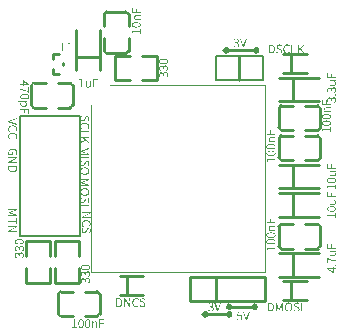
<source format=gto>
G04 Layer: TopSilkLayer*
G04 EasyEDA v6.4.20.6, 2021-07-31T12:59:30+08:00*
G04 153d8ea1f4684e84bb4c1cd47195d1c2,dc0dc03e7b3a4ea6afb4baf6e71cf47e,10*
G04 Gerber Generator version 0.2*
G04 Scale: 100 percent, Rotated: No, Reflected: No *
G04 Dimensions in inches *
G04 leading zeros omitted , absolute positions ,3 integer and 6 decimal *
%FSLAX36Y36*%
%MOIN*%

%ADD10C,0.0100*%
%ADD25C,0.0080*%
%ADD26C,0.0047*%

%LPD*%
G36*
X420000Y810900D02*
G01*
X420000Y807900D01*
X438920Y807940D01*
X445400Y808300D01*
X445400Y808199D01*
X423000Y800100D01*
X423000Y797800D01*
X438800Y792099D01*
X445400Y789800D01*
X445400Y789599D01*
X441120Y789880D01*
X436900Y790000D01*
X420000Y790000D01*
X420000Y786900D01*
X449300Y786900D01*
X449300Y791000D01*
X431719Y797220D01*
X427000Y798800D01*
X427000Y799000D01*
X433300Y801100D01*
X449300Y806800D01*
X449300Y810900D01*
G37*
G36*
X420000Y778800D02*
G01*
X420000Y775400D01*
X449300Y775400D01*
X449300Y778800D01*
G37*
G36*
X423800Y769400D02*
G01*
X422040Y767340D01*
X420680Y764940D01*
X419799Y762260D01*
X419500Y759300D01*
X419660Y757120D01*
X420140Y755180D01*
X420880Y753480D01*
X421880Y752060D01*
X423080Y750920D01*
X424480Y750080D01*
X426019Y749580D01*
X427700Y749400D01*
X430520Y749880D01*
X432640Y751220D01*
X434260Y753160D01*
X435500Y755500D01*
X437299Y759800D01*
X438100Y761480D01*
X439099Y763020D01*
X440480Y764160D01*
X442400Y764599D01*
X444280Y764200D01*
X445700Y763080D01*
X446599Y761300D01*
X446900Y759000D01*
X446700Y757000D01*
X446140Y755220D01*
X445260Y753620D01*
X444099Y752200D01*
X446200Y750400D01*
X447640Y752080D01*
X448780Y754100D01*
X449540Y756420D01*
X449799Y759000D01*
X449240Y762600D01*
X447660Y765460D01*
X445240Y767320D01*
X442200Y768000D01*
X439380Y767460D01*
X437280Y766060D01*
X435780Y764120D01*
X434700Y762000D01*
X431900Y755840D01*
X430860Y754260D01*
X429420Y753180D01*
X427400Y752800D01*
X425360Y753240D01*
X423780Y754500D01*
X422760Y756520D01*
X422400Y759200D01*
X422660Y761540D01*
X423380Y763720D01*
X424560Y765680D01*
X426100Y767400D01*
G37*
G36*
X434799Y745300D02*
G01*
X431440Y745060D01*
X428440Y744400D01*
X425820Y743300D01*
X423620Y741840D01*
X421860Y740060D01*
X420560Y737960D01*
X419780Y735600D01*
X419500Y733000D01*
X422400Y733000D01*
X422620Y734940D01*
X423260Y736660D01*
X424320Y738180D01*
X425740Y739479D01*
X427540Y740500D01*
X429660Y741260D01*
X432080Y741740D01*
X434799Y741900D01*
X437440Y741740D01*
X439820Y741260D01*
X441880Y740500D01*
X443620Y739479D01*
X445020Y738180D01*
X446060Y736660D01*
X446680Y734940D01*
X446900Y733000D01*
X446680Y731040D01*
X446060Y729280D01*
X445020Y727740D01*
X443620Y726440D01*
X441880Y725400D01*
X439820Y724640D01*
X437440Y724160D01*
X434799Y724000D01*
X432080Y724160D01*
X429660Y724640D01*
X427540Y725400D01*
X425740Y726440D01*
X424320Y727740D01*
X423260Y729280D01*
X422620Y731040D01*
X422400Y733000D01*
X419500Y733000D01*
X419780Y730380D01*
X420560Y727980D01*
X421860Y725860D01*
X423620Y724060D01*
X425820Y722600D01*
X428440Y721520D01*
X431440Y720840D01*
X434799Y720600D01*
X438120Y720840D01*
X441060Y721520D01*
X443640Y722600D01*
X445780Y724060D01*
X447500Y725860D01*
X448760Y727980D01*
X449540Y730380D01*
X449799Y733000D01*
X449540Y735600D01*
X448760Y737960D01*
X447500Y740060D01*
X445780Y741840D01*
X443640Y743300D01*
X441060Y744400D01*
X438120Y745060D01*
G37*
G36*
X420000Y705900D02*
G01*
X420000Y702900D01*
X438920Y702940D01*
X445400Y703300D01*
X445400Y703199D01*
X423000Y695100D01*
X423000Y692800D01*
X438800Y687099D01*
X445400Y684800D01*
X445400Y684599D01*
X441120Y684880D01*
X436900Y685000D01*
X420000Y685000D01*
X420000Y681900D01*
X449300Y681900D01*
X449300Y686000D01*
X431719Y692220D01*
X427000Y693800D01*
X427000Y694000D01*
X433300Y696100D01*
X449300Y701800D01*
X449300Y705900D01*
G37*
G36*
X434799Y675500D02*
G01*
X431440Y675260D01*
X428440Y674580D01*
X425820Y673500D01*
X423620Y672039D01*
X421860Y670240D01*
X420560Y668120D01*
X419780Y665720D01*
X419500Y663100D01*
X422400Y663100D01*
X422620Y665040D01*
X423260Y666780D01*
X424320Y668319D01*
X425740Y669620D01*
X427540Y670680D01*
X429660Y671460D01*
X432080Y671940D01*
X434799Y672099D01*
X437440Y671940D01*
X439820Y671460D01*
X441880Y670680D01*
X443620Y669620D01*
X445020Y668319D01*
X446060Y666780D01*
X446680Y665040D01*
X446900Y663100D01*
X446680Y661160D01*
X446060Y659419D01*
X445020Y657880D01*
X443620Y656580D01*
X441880Y655520D01*
X439820Y654740D01*
X437440Y654260D01*
X434799Y654100D01*
X432080Y654260D01*
X429660Y654740D01*
X427540Y655520D01*
X425740Y656580D01*
X424320Y657880D01*
X423260Y659419D01*
X422620Y661160D01*
X422400Y663100D01*
X419500Y663100D01*
X419780Y660480D01*
X420560Y658080D01*
X421860Y655960D01*
X423620Y654160D01*
X425820Y652700D01*
X428440Y651620D01*
X431440Y650939D01*
X434799Y650699D01*
X438120Y650939D01*
X441060Y651620D01*
X443640Y652700D01*
X445780Y654160D01*
X447500Y655960D01*
X448760Y658080D01*
X449540Y660480D01*
X449799Y663100D01*
X449540Y665720D01*
X448760Y668120D01*
X447500Y670240D01*
X445780Y672039D01*
X443640Y673500D01*
X441060Y674580D01*
X438120Y675260D01*
G37*
G36*
X423800Y646400D02*
G01*
X422040Y644340D01*
X420680Y641960D01*
X419799Y639260D01*
X419500Y636300D01*
X419660Y634120D01*
X420140Y632180D01*
X420880Y630480D01*
X421880Y629060D01*
X423080Y627920D01*
X424480Y627080D01*
X426019Y626580D01*
X427700Y626400D01*
X430520Y626880D01*
X432640Y628220D01*
X434260Y630160D01*
X435500Y632500D01*
X437299Y636800D01*
X438100Y638480D01*
X439099Y640020D01*
X440480Y641160D01*
X442400Y641600D01*
X444280Y641200D01*
X445700Y640080D01*
X446599Y638300D01*
X446900Y636000D01*
X446700Y634000D01*
X446140Y632220D01*
X445260Y630620D01*
X444099Y629200D01*
X446200Y627400D01*
X447640Y629080D01*
X448780Y631100D01*
X449540Y633420D01*
X449799Y636000D01*
X449240Y639600D01*
X447660Y642440D01*
X445240Y644320D01*
X442200Y645000D01*
X439380Y644460D01*
X437280Y643060D01*
X435780Y641120D01*
X434700Y639000D01*
X431900Y632840D01*
X430860Y631240D01*
X429420Y630180D01*
X427400Y629800D01*
X425360Y630240D01*
X423780Y631500D01*
X422760Y633520D01*
X422400Y636200D01*
X422660Y638540D01*
X423380Y640720D01*
X424560Y642680D01*
X426100Y644400D01*
G37*
G36*
X420000Y620600D02*
G01*
X420000Y617300D01*
X449300Y617300D01*
X449300Y620600D01*
G37*
G36*
X425000Y595900D02*
G01*
X425000Y592800D01*
X443300Y592840D01*
X450000Y593200D01*
X450000Y593000D01*
X444000Y589800D01*
X425000Y578800D01*
X425000Y575400D01*
X454300Y575400D01*
X454300Y578500D01*
X436120Y578460D01*
X429300Y578100D01*
X429300Y578300D01*
X435300Y581400D01*
X454300Y592500D01*
X454300Y595900D01*
G37*
G36*
X439600Y568900D02*
G01*
X436260Y568660D01*
X433280Y567960D01*
X430700Y566840D01*
X428519Y565340D01*
X426800Y563500D01*
X425540Y561340D01*
X424760Y558940D01*
X424500Y556300D01*
X424780Y553620D01*
X425580Y551280D01*
X426900Y549220D01*
X428700Y547400D01*
X430800Y549200D01*
X429340Y550720D01*
X428280Y552360D01*
X427620Y554160D01*
X427400Y556200D01*
X427620Y558240D01*
X428260Y560060D01*
X429320Y561640D01*
X430740Y562980D01*
X432520Y564060D01*
X434620Y564840D01*
X437020Y565340D01*
X439700Y565500D01*
X442380Y565320D01*
X444780Y564840D01*
X446860Y564020D01*
X448620Y562920D01*
X450020Y561560D01*
X451040Y559940D01*
X451680Y558080D01*
X451900Y556000D01*
X451700Y554220D01*
X451140Y552620D01*
X450260Y551220D01*
X449099Y550000D01*
X451200Y548100D01*
X452560Y549560D01*
X453720Y551380D01*
X454500Y553580D01*
X454799Y556100D01*
X454540Y558780D01*
X453740Y561220D01*
X452460Y563400D01*
X450720Y565280D01*
X448540Y566800D01*
X445940Y567940D01*
X442960Y568660D01*
G37*
G36*
X428800Y545000D02*
G01*
X427040Y542940D01*
X425680Y540560D01*
X424799Y537860D01*
X424500Y534900D01*
X424660Y532720D01*
X425140Y530780D01*
X425880Y529080D01*
X426880Y527660D01*
X428080Y526520D01*
X429480Y525680D01*
X431019Y525180D01*
X432700Y525000D01*
X435520Y525480D01*
X437640Y526820D01*
X439260Y528760D01*
X440500Y531100D01*
X442299Y535400D01*
X443100Y537080D01*
X444099Y538620D01*
X445480Y539760D01*
X447400Y540200D01*
X449280Y539800D01*
X450700Y538680D01*
X451599Y536900D01*
X451900Y534600D01*
X451700Y532600D01*
X451140Y530820D01*
X450260Y529220D01*
X449099Y527800D01*
X451200Y526000D01*
X452640Y527680D01*
X453780Y529700D01*
X454540Y532020D01*
X454799Y534600D01*
X454240Y538200D01*
X452660Y541060D01*
X450240Y542920D01*
X447200Y543600D01*
X444380Y543060D01*
X442280Y541640D01*
X440780Y539720D01*
X439700Y537600D01*
X436900Y531440D01*
X435860Y529860D01*
X434420Y528780D01*
X432400Y528400D01*
X430360Y528840D01*
X428780Y530100D01*
X427760Y532120D01*
X427400Y534800D01*
X427660Y537140D01*
X428380Y539320D01*
X429560Y541280D01*
X431100Y543000D01*
G37*
G36*
X180000Y605900D02*
G01*
X180000Y602900D01*
X198920Y602940D01*
X205400Y603300D01*
X205400Y603200D01*
X183000Y595100D01*
X183000Y592800D01*
X198800Y587100D01*
X205400Y584800D01*
X205400Y584600D01*
X201119Y584880D01*
X196900Y585000D01*
X180000Y585000D01*
X180000Y581900D01*
X209300Y581900D01*
X209300Y586000D01*
X191720Y592220D01*
X187000Y593800D01*
X187000Y594000D01*
X193299Y596100D01*
X209300Y601800D01*
X209300Y605900D01*
G37*
G36*
X206500Y576600D02*
G01*
X206500Y567600D01*
X180000Y567600D01*
X180000Y564300D01*
X206500Y564300D01*
X206500Y555300D01*
X209300Y555300D01*
X209300Y576600D01*
G37*
G36*
X180000Y550000D02*
G01*
X180000Y546900D01*
X198299Y546940D01*
X205000Y547300D01*
X205000Y547100D01*
X199000Y543900D01*
X180000Y532900D01*
X180000Y529400D01*
X209300Y529400D01*
X209300Y532600D01*
X191119Y532560D01*
X184300Y532200D01*
X184300Y532400D01*
X190300Y535500D01*
X209300Y546600D01*
X209300Y550000D01*
G37*
G36*
X423800Y918100D02*
G01*
X422040Y916040D01*
X420680Y913640D01*
X419799Y910920D01*
X419500Y907900D01*
X419660Y905759D01*
X420140Y903840D01*
X420880Y902159D01*
X421880Y900759D01*
X423080Y899620D01*
X424480Y898780D01*
X426019Y898280D01*
X427700Y898100D01*
X430520Y898580D01*
X432640Y899880D01*
X434260Y901820D01*
X435500Y904200D01*
X438100Y910100D01*
X439099Y911680D01*
X440480Y912840D01*
X442400Y913300D01*
X444280Y912880D01*
X445700Y911720D01*
X446599Y909920D01*
X446900Y907600D01*
X446700Y905600D01*
X446140Y903820D01*
X445260Y902220D01*
X444099Y900800D01*
X446200Y899100D01*
X447640Y900780D01*
X448780Y902780D01*
X449540Y905080D01*
X449799Y907600D01*
X449240Y911200D01*
X447660Y914060D01*
X445240Y915920D01*
X442200Y916600D01*
X439380Y916060D01*
X437280Y914659D01*
X435780Y912760D01*
X434700Y910699D01*
X431900Y904440D01*
X430860Y902840D01*
X429420Y901780D01*
X427400Y901400D01*
X425360Y901860D01*
X423780Y903160D01*
X422760Y905200D01*
X422400Y907900D01*
X422660Y910200D01*
X423380Y912380D01*
X424560Y914360D01*
X426100Y916100D01*
G37*
G36*
X434600Y894000D02*
G01*
X431260Y893760D01*
X428280Y893040D01*
X425700Y891919D01*
X423519Y890400D01*
X421800Y888560D01*
X420540Y886400D01*
X419760Y884000D01*
X419500Y881400D01*
X419780Y878720D01*
X420580Y876340D01*
X421900Y874240D01*
X423700Y872400D01*
X425800Y874300D01*
X424340Y875780D01*
X423280Y877420D01*
X422620Y879200D01*
X422400Y881200D01*
X422620Y883259D01*
X423260Y885120D01*
X424320Y886720D01*
X425740Y888080D01*
X427520Y889160D01*
X429620Y889940D01*
X432020Y890440D01*
X434700Y890600D01*
X437380Y890420D01*
X439780Y889920D01*
X441860Y889100D01*
X443620Y887980D01*
X445020Y886620D01*
X446040Y884980D01*
X446680Y883139D01*
X446900Y881100D01*
X446700Y879260D01*
X446140Y877640D01*
X445260Y876220D01*
X444099Y875000D01*
X446200Y873199D01*
X447560Y874620D01*
X448720Y876440D01*
X449500Y878620D01*
X449799Y881100D01*
X449540Y883780D01*
X448740Y886240D01*
X447460Y888439D01*
X445720Y890320D01*
X443540Y891860D01*
X440940Y893020D01*
X437960Y893740D01*
G37*
G36*
X420000Y866900D02*
G01*
X420000Y850600D01*
X422800Y850600D01*
X422800Y863600D01*
X449300Y863600D01*
X449300Y866900D01*
G37*
G36*
X420000Y845400D02*
G01*
X420000Y842099D01*
X429400Y842099D01*
X435600Y836900D01*
X420000Y827900D01*
X420000Y824200D01*
X438200Y834800D01*
X449300Y825600D01*
X449300Y829400D01*
X434200Y842000D01*
X434200Y842099D01*
X449300Y842099D01*
X449300Y845400D01*
G37*
G36*
X209300Y909900D02*
G01*
X180000Y900500D01*
X180000Y896700D01*
X209300Y887400D01*
X209300Y890699D01*
X183400Y898500D01*
X183400Y898600D01*
X188260Y900120D01*
X193100Y901500D01*
X209300Y906400D01*
G37*
G36*
X194600Y885400D02*
G01*
X191260Y885160D01*
X188280Y884440D01*
X185700Y883319D01*
X183520Y881800D01*
X181800Y879960D01*
X180539Y877800D01*
X179760Y875400D01*
X179500Y872800D01*
X179780Y870120D01*
X180580Y867780D01*
X181900Y865720D01*
X183700Y863900D01*
X185799Y865699D01*
X184340Y867180D01*
X183280Y868820D01*
X182620Y870600D01*
X182399Y872600D01*
X182620Y874659D01*
X183260Y876520D01*
X184320Y878120D01*
X185740Y879479D01*
X187520Y880560D01*
X189620Y881340D01*
X192020Y881840D01*
X194700Y882000D01*
X197380Y881820D01*
X199780Y881320D01*
X201860Y880500D01*
X203619Y879380D01*
X205020Y878020D01*
X206040Y876380D01*
X206680Y874539D01*
X206900Y872500D01*
X206700Y870720D01*
X206140Y869120D01*
X205260Y867680D01*
X204100Y866400D01*
X206200Y864599D01*
X207560Y866060D01*
X208720Y867880D01*
X209500Y870080D01*
X209800Y872600D01*
X209540Y875280D01*
X208740Y877720D01*
X207460Y879900D01*
X205720Y881780D01*
X203540Y883300D01*
X200940Y884440D01*
X197960Y885160D01*
G37*
G36*
X194600Y861200D02*
G01*
X191260Y860960D01*
X188280Y860260D01*
X185700Y859140D01*
X183520Y857640D01*
X181800Y855800D01*
X180539Y853640D01*
X179760Y851240D01*
X179500Y848600D01*
X179780Y845920D01*
X180580Y843580D01*
X181900Y841520D01*
X183700Y839700D01*
X185799Y841600D01*
X184340Y843080D01*
X183280Y844680D01*
X182620Y846460D01*
X182399Y848500D01*
X182620Y850540D01*
X183260Y852360D01*
X184320Y853940D01*
X185740Y855280D01*
X187520Y856360D01*
X189620Y857140D01*
X192020Y857640D01*
X194700Y857800D01*
X197380Y857620D01*
X199780Y857140D01*
X201860Y856320D01*
X203619Y855240D01*
X205020Y853880D01*
X206040Y852280D01*
X206680Y850440D01*
X206900Y848400D01*
X206700Y846560D01*
X206140Y844940D01*
X205260Y843520D01*
X204100Y842300D01*
X206200Y840400D01*
X207560Y841860D01*
X208720Y843680D01*
X209500Y845879D01*
X209800Y848400D01*
X209540Y851080D01*
X208740Y853520D01*
X207460Y855699D01*
X205720Y857580D01*
X203540Y859100D01*
X200940Y860240D01*
X197960Y860960D01*
G37*
G36*
X194600Y807600D02*
G01*
X191260Y807360D01*
X188280Y806640D01*
X185700Y805500D01*
X183520Y803940D01*
X181800Y802060D01*
X180539Y799840D01*
X179760Y797340D01*
X179500Y794599D01*
X179740Y791820D01*
X180440Y789360D01*
X181480Y787260D01*
X182800Y785600D01*
X195000Y785600D01*
X195000Y795100D01*
X192200Y795100D01*
X192200Y788700D01*
X184200Y788700D01*
X183460Y789780D01*
X182880Y791120D01*
X182520Y792660D01*
X182399Y794300D01*
X182620Y796540D01*
X183260Y798500D01*
X184320Y800200D01*
X185740Y801620D01*
X187520Y802720D01*
X189620Y803540D01*
X192020Y804040D01*
X194700Y804200D01*
X197380Y804020D01*
X199780Y803520D01*
X201860Y802680D01*
X203619Y801540D01*
X205020Y800120D01*
X206040Y798420D01*
X206680Y796480D01*
X206900Y794300D01*
X206680Y792180D01*
X206060Y790460D01*
X205180Y789020D01*
X204100Y787800D01*
X206200Y786000D01*
X207520Y787460D01*
X208680Y789300D01*
X209500Y791600D01*
X209800Y794400D01*
X209680Y796280D01*
X209320Y798060D01*
X208740Y799720D01*
X207940Y801240D01*
X206940Y802640D01*
X205720Y803880D01*
X204320Y804980D01*
X202719Y805879D01*
X200940Y806620D01*
X198980Y807159D01*
X196880Y807480D01*
G37*
G36*
X180000Y778600D02*
G01*
X180000Y775400D01*
X198299Y775440D01*
X205000Y775800D01*
X205000Y775600D01*
X199000Y772400D01*
X180000Y761400D01*
X180000Y758000D01*
X209300Y758000D01*
X209300Y761200D01*
X193400Y761200D01*
X188820Y761020D01*
X184300Y760699D01*
X184300Y760900D01*
X190300Y764100D01*
X209300Y775200D01*
X209300Y778600D01*
G37*
G36*
X180000Y749800D02*
G01*
X180000Y746500D01*
X206600Y746500D01*
X206600Y742900D01*
X206400Y740420D01*
X205799Y738259D01*
X204820Y736460D01*
X203480Y734980D01*
X201780Y733860D01*
X199760Y733040D01*
X197440Y732560D01*
X194800Y732400D01*
X192120Y732560D01*
X189740Y733040D01*
X187680Y733860D01*
X185940Y734980D01*
X184560Y736460D01*
X183540Y738259D01*
X182920Y740420D01*
X182700Y742900D01*
X182700Y746500D01*
X180000Y746500D01*
X180000Y742500D01*
X180120Y740360D01*
X180460Y738400D01*
X181020Y736640D01*
X181800Y735040D01*
X182780Y733640D01*
X183939Y732420D01*
X185320Y731380D01*
X186880Y730520D01*
X188600Y729860D01*
X190500Y729380D01*
X192580Y729100D01*
X194800Y729000D01*
X197020Y729100D01*
X199060Y729380D01*
X200940Y729860D01*
X202640Y730520D01*
X204160Y731380D01*
X205500Y732420D01*
X206640Y733660D01*
X207580Y735080D01*
X208320Y736680D01*
X208860Y738460D01*
X209200Y740440D01*
X209300Y742600D01*
X209300Y749800D01*
G37*
G36*
X855400Y294800D02*
G01*
X853000Y294540D01*
X850860Y293820D01*
X848980Y292740D01*
X847300Y291400D01*
X849100Y289200D01*
X850400Y290380D01*
X851840Y291300D01*
X853460Y291920D01*
X855200Y292200D01*
X857360Y291800D01*
X859000Y290800D01*
X860040Y289280D01*
X860400Y287300D01*
X859960Y285000D01*
X858540Y283160D01*
X855980Y281940D01*
X852099Y281500D01*
X852099Y279000D01*
X856420Y278560D01*
X859300Y277300D01*
X860900Y275380D01*
X861400Y272900D01*
X860939Y270540D01*
X859659Y268740D01*
X857720Y267600D01*
X855300Y267200D01*
X852900Y267480D01*
X850920Y268220D01*
X849280Y269300D01*
X847900Y270600D01*
X846200Y268500D01*
X847800Y266980D01*
X849840Y265720D01*
X852380Y264820D01*
X855500Y264500D01*
X857360Y264640D01*
X859080Y265060D01*
X860660Y265760D01*
X862020Y266700D01*
X863139Y267880D01*
X863980Y269300D01*
X864520Y270960D01*
X864700Y272800D01*
X864200Y275540D01*
X862860Y277740D01*
X860860Y279360D01*
X858400Y280300D01*
X858400Y280400D01*
X860580Y281520D01*
X862260Y283060D01*
X863319Y285080D01*
X863700Y287600D01*
X863080Y290660D01*
X861360Y292920D01*
X858720Y294320D01*
G37*
G36*
X867000Y294300D02*
G01*
X876400Y265000D01*
X880200Y265000D01*
X889599Y294300D01*
X886200Y294300D01*
X878500Y268400D01*
X878300Y268400D01*
X870500Y294300D01*
G37*
G36*
X962000Y264300D02*
G01*
X971400Y235000D01*
X975200Y235000D01*
X984599Y264300D01*
X981200Y264300D01*
X973500Y238400D01*
X973300Y238400D01*
X965500Y264300D01*
G37*
G36*
X944400Y264300D02*
G01*
X943500Y250700D01*
X945300Y249600D01*
X946500Y250320D01*
X947640Y250859D01*
X948820Y251180D01*
X950200Y251300D01*
X952780Y250820D01*
X954780Y249460D01*
X956040Y247300D01*
X956500Y244400D01*
X956000Y241420D01*
X954620Y239140D01*
X952580Y237700D01*
X950100Y237200D01*
X947700Y237480D01*
X945740Y238220D01*
X944120Y239259D01*
X942800Y240500D01*
X941100Y238400D01*
X942740Y236940D01*
X944780Y235700D01*
X947280Y234820D01*
X950400Y234500D01*
X952180Y234660D01*
X953900Y235159D01*
X955480Y235980D01*
X956900Y237100D01*
X958100Y238520D01*
X959000Y240240D01*
X959599Y242240D01*
X959800Y244500D01*
X959620Y246759D01*
X959120Y248700D01*
X958300Y250300D01*
X957240Y251580D01*
X955939Y252580D01*
X954440Y253260D01*
X952780Y253660D01*
X951000Y253800D01*
X949720Y253720D01*
X948560Y253500D01*
X947500Y253120D01*
X946500Y252600D01*
X947300Y261500D01*
X958400Y261500D01*
X958400Y264300D01*
G37*
G36*
X940400Y1174800D02*
G01*
X938000Y1174540D01*
X935860Y1173820D01*
X933980Y1172740D01*
X932300Y1171400D01*
X934100Y1169200D01*
X935400Y1170380D01*
X936840Y1171300D01*
X938460Y1171920D01*
X940200Y1172200D01*
X942360Y1171800D01*
X944000Y1170800D01*
X945040Y1169280D01*
X945400Y1167300D01*
X944960Y1165000D01*
X943540Y1163160D01*
X940980Y1161940D01*
X937099Y1161500D01*
X937099Y1159000D01*
X941420Y1158560D01*
X944300Y1157300D01*
X945900Y1155380D01*
X946400Y1152900D01*
X945939Y1150540D01*
X944659Y1148740D01*
X942720Y1147600D01*
X940300Y1147200D01*
X937900Y1147480D01*
X935920Y1148220D01*
X934280Y1149300D01*
X932900Y1150600D01*
X931200Y1148500D01*
X932800Y1146980D01*
X934840Y1145720D01*
X937380Y1144820D01*
X940500Y1144500D01*
X942360Y1144640D01*
X944080Y1145060D01*
X945660Y1145760D01*
X947020Y1146700D01*
X948139Y1147880D01*
X948980Y1149300D01*
X949520Y1150960D01*
X949700Y1152800D01*
X949200Y1155540D01*
X947860Y1157740D01*
X945860Y1159360D01*
X943400Y1160300D01*
X943400Y1160400D01*
X945580Y1161520D01*
X947260Y1163060D01*
X948319Y1165080D01*
X948700Y1167600D01*
X948080Y1170660D01*
X946360Y1172920D01*
X943720Y1174320D01*
G37*
G36*
X952000Y1174300D02*
G01*
X961400Y1145000D01*
X965200Y1145000D01*
X974599Y1174300D01*
X971200Y1174300D01*
X963500Y1148400D01*
X963300Y1148400D01*
X955500Y1174300D01*
G37*
G36*
X1109520Y1154820D02*
G01*
X1106840Y1154540D01*
X1104380Y1153760D01*
X1102200Y1152480D01*
X1100340Y1150740D01*
X1098800Y1148560D01*
X1097660Y1145960D01*
X1096960Y1142960D01*
X1096720Y1139600D01*
X1096960Y1136260D01*
X1097660Y1133280D01*
X1098780Y1130700D01*
X1100280Y1128540D01*
X1102120Y1126800D01*
X1104260Y1125540D01*
X1106680Y1124780D01*
X1109300Y1124520D01*
X1111980Y1124780D01*
X1114320Y1125600D01*
X1116380Y1126920D01*
X1118200Y1128720D01*
X1116320Y1130820D01*
X1114840Y1129360D01*
X1113240Y1128280D01*
X1111440Y1127640D01*
X1109400Y1127400D01*
X1107380Y1127640D01*
X1105560Y1128280D01*
X1103960Y1129320D01*
X1102620Y1130740D01*
X1101540Y1132520D01*
X1100760Y1134620D01*
X1100280Y1137020D01*
X1100120Y1139720D01*
X1100280Y1142380D01*
X1100780Y1144780D01*
X1101580Y1146860D01*
X1102680Y1148620D01*
X1104040Y1150020D01*
X1105640Y1151060D01*
X1107460Y1151700D01*
X1109520Y1151900D01*
X1111340Y1151720D01*
X1112980Y1151140D01*
X1114380Y1150260D01*
X1115600Y1149120D01*
X1117520Y1151220D01*
X1116040Y1152580D01*
X1114220Y1153720D01*
X1112040Y1154520D01*
G37*
G36*
X1083020Y1154820D02*
G01*
X1079400Y1154240D01*
X1076560Y1152660D01*
X1074680Y1150260D01*
X1074000Y1147220D01*
X1074560Y1144400D01*
X1075940Y1142300D01*
X1077840Y1140780D01*
X1079900Y1139720D01*
X1086180Y1136920D01*
X1087760Y1135860D01*
X1088820Y1134440D01*
X1089220Y1132400D01*
X1088760Y1130360D01*
X1087460Y1128780D01*
X1085420Y1127760D01*
X1082700Y1127400D01*
X1080440Y1127660D01*
X1078280Y1128400D01*
X1076280Y1129560D01*
X1074520Y1131100D01*
X1072520Y1128800D01*
X1074620Y1127040D01*
X1077020Y1125680D01*
X1079700Y1124820D01*
X1082700Y1124520D01*
X1084860Y1124680D01*
X1086780Y1125140D01*
X1088440Y1125900D01*
X1089860Y1126880D01*
X1091000Y1128100D01*
X1091820Y1129480D01*
X1092340Y1131040D01*
X1092520Y1132720D01*
X1092040Y1135540D01*
X1090740Y1137660D01*
X1088840Y1139260D01*
X1086500Y1140500D01*
X1080520Y1143100D01*
X1078940Y1144120D01*
X1077760Y1145480D01*
X1077300Y1147400D01*
X1077720Y1149300D01*
X1078880Y1150700D01*
X1080680Y1151600D01*
X1083020Y1151900D01*
X1085000Y1151720D01*
X1086780Y1151140D01*
X1088380Y1150260D01*
X1089800Y1149120D01*
X1091500Y1151220D01*
X1089840Y1152660D01*
X1087820Y1153800D01*
X1085540Y1154540D01*
G37*
G36*
X1145200Y1154320D02*
G01*
X1145200Y1125020D01*
X1148500Y1125020D01*
X1148500Y1134400D01*
X1153720Y1140620D01*
X1162700Y1125020D01*
X1166400Y1125020D01*
X1155920Y1143200D01*
X1165120Y1154320D01*
X1161320Y1154320D01*
X1148600Y1139200D01*
X1148500Y1139200D01*
X1148500Y1154320D01*
G37*
G36*
X1123720Y1154320D02*
G01*
X1123720Y1125020D01*
X1140020Y1125020D01*
X1140020Y1127800D01*
X1127120Y1127800D01*
X1127120Y1154320D01*
G37*
G36*
X1047400Y1154320D02*
G01*
X1047400Y1151620D01*
X1054300Y1151620D01*
X1056800Y1151400D01*
X1058960Y1150800D01*
X1060780Y1149820D01*
X1062280Y1148480D01*
X1063420Y1146800D01*
X1064260Y1144780D01*
X1064740Y1142440D01*
X1064900Y1139820D01*
X1064740Y1137140D01*
X1064260Y1134760D01*
X1063420Y1132680D01*
X1062280Y1130940D01*
X1060780Y1129560D01*
X1058960Y1128540D01*
X1056800Y1127920D01*
X1054300Y1127720D01*
X1050700Y1127720D01*
X1050700Y1151620D01*
X1047400Y1151620D01*
X1047400Y1125020D01*
X1054700Y1125020D01*
X1056840Y1125120D01*
X1058800Y1125460D01*
X1060580Y1126020D01*
X1062200Y1126800D01*
X1063620Y1127780D01*
X1064840Y1128960D01*
X1065900Y1130320D01*
X1066760Y1131880D01*
X1067440Y1133620D01*
X1067920Y1135520D01*
X1068220Y1137580D01*
X1068320Y1139820D01*
X1068220Y1142020D01*
X1067920Y1144080D01*
X1067440Y1145960D01*
X1066760Y1147660D01*
X1065900Y1149180D01*
X1064840Y1150500D01*
X1063600Y1151660D01*
X1062160Y1152600D01*
X1060540Y1153340D01*
X1058740Y1153880D01*
X1056780Y1154200D01*
X1054620Y1154320D01*
G37*
G36*
X1141400Y294800D02*
G01*
X1137780Y294240D01*
X1134900Y292660D01*
X1133000Y290240D01*
X1132300Y287200D01*
X1132860Y284380D01*
X1134280Y282280D01*
X1136220Y280780D01*
X1138300Y279700D01*
X1144460Y276900D01*
X1146040Y275860D01*
X1147120Y274420D01*
X1147500Y272400D01*
X1147060Y270360D01*
X1145800Y268780D01*
X1143780Y267760D01*
X1141100Y267400D01*
X1138800Y267660D01*
X1136620Y268380D01*
X1134640Y269560D01*
X1132900Y271100D01*
X1130900Y268800D01*
X1132960Y267040D01*
X1135340Y265680D01*
X1138040Y264800D01*
X1141000Y264500D01*
X1143180Y264660D01*
X1145120Y265140D01*
X1146820Y265880D01*
X1148240Y266880D01*
X1149380Y268080D01*
X1150220Y269480D01*
X1150720Y271020D01*
X1150900Y272700D01*
X1150420Y275520D01*
X1149120Y277640D01*
X1147180Y279260D01*
X1144800Y280500D01*
X1138860Y283100D01*
X1137280Y284100D01*
X1136140Y285480D01*
X1135700Y287400D01*
X1136120Y289280D01*
X1137280Y290700D01*
X1139080Y291600D01*
X1141400Y291900D01*
X1143380Y291700D01*
X1145120Y291140D01*
X1146680Y290260D01*
X1148100Y289100D01*
X1149900Y291200D01*
X1148220Y292640D01*
X1146220Y293780D01*
X1143920Y294540D01*
G37*
G36*
X1114200Y294800D02*
G01*
X1111600Y294540D01*
X1109220Y293760D01*
X1107120Y292500D01*
X1105300Y290780D01*
X1103820Y288640D01*
X1102720Y286060D01*
X1102040Y283120D01*
X1101800Y279800D01*
X1105200Y279800D01*
X1105360Y282440D01*
X1105840Y284820D01*
X1106620Y286880D01*
X1107680Y288620D01*
X1108980Y290020D01*
X1110520Y291060D01*
X1112260Y291680D01*
X1114200Y291900D01*
X1116140Y291680D01*
X1117880Y291060D01*
X1119420Y290020D01*
X1120720Y288620D01*
X1121780Y286880D01*
X1122560Y284820D01*
X1123040Y282440D01*
X1123200Y279800D01*
X1123040Y277080D01*
X1122560Y274660D01*
X1121780Y272540D01*
X1120720Y270740D01*
X1119420Y269320D01*
X1117880Y268260D01*
X1116140Y267620D01*
X1114200Y267400D01*
X1112260Y267620D01*
X1110520Y268260D01*
X1108980Y269320D01*
X1107680Y270740D01*
X1106620Y272540D01*
X1105840Y274660D01*
X1105360Y277080D01*
X1105200Y279800D01*
X1101800Y279800D01*
X1102040Y276440D01*
X1102720Y273440D01*
X1103820Y270820D01*
X1105300Y268620D01*
X1107120Y266860D01*
X1109220Y265560D01*
X1111600Y264780D01*
X1114200Y264500D01*
X1116820Y264780D01*
X1119220Y265560D01*
X1121340Y266860D01*
X1123140Y268620D01*
X1124600Y270820D01*
X1125680Y273440D01*
X1126360Y276440D01*
X1126600Y279800D01*
X1126360Y283120D01*
X1125680Y286060D01*
X1124600Y288640D01*
X1123140Y290780D01*
X1121340Y292500D01*
X1119220Y293760D01*
X1116820Y294540D01*
G37*
G36*
X1156700Y294300D02*
G01*
X1156700Y265000D01*
X1160000Y265000D01*
X1160000Y294300D01*
G37*
G36*
X1071400Y294300D02*
G01*
X1071400Y265000D01*
X1074400Y265000D01*
X1074360Y283920D01*
X1074000Y290400D01*
X1074200Y290400D01*
X1076500Y283800D01*
X1082200Y268000D01*
X1084500Y268000D01*
X1092600Y290400D01*
X1092700Y290400D01*
X1092300Y281900D01*
X1092300Y265000D01*
X1095400Y265000D01*
X1095400Y294300D01*
X1091300Y294300D01*
X1085600Y278300D01*
X1083600Y272000D01*
X1083400Y272000D01*
X1075500Y294300D01*
G37*
G36*
X1044100Y294300D02*
G01*
X1044100Y291600D01*
X1051000Y291600D01*
X1053500Y291400D01*
X1055660Y290800D01*
X1057480Y289820D01*
X1058960Y288480D01*
X1060120Y286780D01*
X1060940Y284760D01*
X1061440Y282440D01*
X1061600Y279800D01*
X1061440Y277120D01*
X1060940Y274740D01*
X1060120Y272680D01*
X1058960Y270940D01*
X1057480Y269560D01*
X1055660Y268540D01*
X1053500Y267920D01*
X1051000Y267700D01*
X1047400Y267700D01*
X1047400Y291600D01*
X1044100Y291600D01*
X1044100Y265000D01*
X1051400Y265000D01*
X1053540Y265120D01*
X1055500Y265460D01*
X1057280Y266020D01*
X1058880Y266800D01*
X1060300Y267780D01*
X1061540Y268940D01*
X1062580Y270320D01*
X1063460Y271880D01*
X1064120Y273600D01*
X1064620Y275500D01*
X1064900Y277580D01*
X1065000Y279800D01*
X1064900Y282020D01*
X1064620Y284060D01*
X1064120Y285940D01*
X1063440Y287640D01*
X1062580Y289160D01*
X1061520Y290500D01*
X1060280Y291640D01*
X1058860Y292580D01*
X1057240Y293320D01*
X1055440Y293860D01*
X1053460Y294200D01*
X1051300Y294300D01*
G37*
G36*
X627800Y309800D02*
G01*
X624180Y309240D01*
X621300Y307660D01*
X619400Y305240D01*
X618700Y302200D01*
X619260Y299380D01*
X620680Y297280D01*
X622620Y295780D01*
X624700Y294700D01*
X630860Y291900D01*
X632440Y290860D01*
X633520Y289420D01*
X633900Y287400D01*
X633460Y285360D01*
X632200Y283780D01*
X630180Y282760D01*
X627500Y282400D01*
X625200Y282660D01*
X623020Y283380D01*
X621040Y284560D01*
X619300Y286100D01*
X617300Y283800D01*
X619360Y282040D01*
X621760Y280680D01*
X624440Y279800D01*
X627400Y279500D01*
X629580Y279660D01*
X631520Y280140D01*
X633220Y280880D01*
X634640Y281880D01*
X635780Y283080D01*
X636620Y284480D01*
X637120Y286020D01*
X637300Y287700D01*
X636820Y290520D01*
X635520Y292640D01*
X633580Y294260D01*
X631200Y295500D01*
X625260Y298100D01*
X623680Y299100D01*
X622540Y300480D01*
X622100Y302400D01*
X622520Y304280D01*
X623680Y305700D01*
X625480Y306600D01*
X627800Y306900D01*
X629780Y306700D01*
X631520Y306140D01*
X633080Y305260D01*
X634500Y304100D01*
X636300Y306200D01*
X634620Y307640D01*
X632620Y308780D01*
X630320Y309540D01*
G37*
G36*
X606200Y309800D02*
G01*
X603520Y309540D01*
X601080Y308740D01*
X598900Y307460D01*
X597020Y305720D01*
X595500Y303540D01*
X594360Y300940D01*
X593640Y297960D01*
X593400Y294600D01*
X593640Y291260D01*
X594360Y288280D01*
X595480Y285700D01*
X597000Y283520D01*
X598840Y281800D01*
X601000Y280540D01*
X603400Y279760D01*
X606000Y279500D01*
X608680Y279780D01*
X611020Y280580D01*
X613080Y281900D01*
X614900Y283700D01*
X613100Y285800D01*
X611620Y284340D01*
X609980Y283280D01*
X608200Y282620D01*
X606200Y282400D01*
X604140Y282620D01*
X602280Y283260D01*
X600680Y284320D01*
X599320Y285740D01*
X598240Y287520D01*
X597460Y289620D01*
X596960Y292020D01*
X596800Y294700D01*
X596980Y297380D01*
X597480Y299780D01*
X598300Y301860D01*
X599420Y303620D01*
X600780Y305020D01*
X602420Y306040D01*
X604260Y306680D01*
X606300Y306900D01*
X608080Y306700D01*
X609680Y306140D01*
X611120Y305260D01*
X612400Y304100D01*
X614200Y306200D01*
X612740Y307560D01*
X610920Y308720D01*
X608720Y309500D01*
G37*
G36*
X566400Y309300D02*
G01*
X566400Y280000D01*
X569500Y280000D01*
X569460Y298300D01*
X569100Y305000D01*
X569300Y305000D01*
X572500Y299000D01*
X583500Y280000D01*
X587000Y280000D01*
X587000Y309300D01*
X583800Y309300D01*
X583840Y291120D01*
X584200Y284300D01*
X584000Y284300D01*
X580900Y290300D01*
X569800Y309300D01*
G37*
G36*
X539100Y309300D02*
G01*
X539100Y306600D01*
X546000Y306600D01*
X548500Y306400D01*
X550660Y305800D01*
X552480Y304820D01*
X553960Y303480D01*
X555120Y301780D01*
X555940Y299760D01*
X556440Y297440D01*
X556600Y294800D01*
X556440Y292120D01*
X555940Y289740D01*
X555120Y287680D01*
X553960Y285940D01*
X552480Y284560D01*
X550660Y283540D01*
X548500Y282920D01*
X546000Y282700D01*
X542400Y282700D01*
X542400Y306600D01*
X539100Y306600D01*
X539100Y280000D01*
X546400Y280000D01*
X548540Y280120D01*
X550500Y280460D01*
X552280Y281020D01*
X553880Y281800D01*
X555300Y282780D01*
X556540Y283940D01*
X557580Y285320D01*
X558460Y286880D01*
X559120Y288600D01*
X559620Y290500D01*
X559900Y292580D01*
X560000Y294800D01*
X559900Y297020D01*
X559620Y299060D01*
X559120Y300940D01*
X558440Y302640D01*
X557580Y304160D01*
X556520Y305500D01*
X555280Y306640D01*
X553860Y307580D01*
X552240Y308320D01*
X550440Y308860D01*
X548460Y309200D01*
X546300Y309300D01*
G37*
G36*
X436700Y420920D02*
G01*
X433160Y420780D01*
X430100Y420319D01*
X427520Y419560D01*
X425420Y418540D01*
X423780Y417260D01*
X422620Y415740D01*
X421940Y414000D01*
X421700Y412020D01*
X424300Y412020D01*
X424480Y413260D01*
X425040Y414360D01*
X425980Y415319D01*
X427320Y416160D01*
X429040Y416820D01*
X431180Y417320D01*
X433720Y417620D01*
X436700Y417740D01*
X439739Y417620D01*
X442340Y417320D01*
X444500Y416820D01*
X446260Y416160D01*
X447600Y415319D01*
X448560Y414360D01*
X449120Y413260D01*
X449300Y412020D01*
X449120Y410780D01*
X448560Y409640D01*
X447600Y408620D01*
X446260Y407760D01*
X444500Y407080D01*
X442340Y406560D01*
X439739Y406240D01*
X436700Y406120D01*
X433720Y406240D01*
X431180Y406560D01*
X429040Y407080D01*
X427320Y407760D01*
X425980Y408620D01*
X425040Y409640D01*
X424480Y410780D01*
X424300Y412020D01*
X421700Y412020D01*
X421920Y410060D01*
X422600Y408300D01*
X423760Y406760D01*
X425379Y405460D01*
X427480Y404420D01*
X430060Y403660D01*
X433120Y403200D01*
X436700Y403020D01*
X440280Y403200D01*
X443400Y403660D01*
X446019Y404420D01*
X448180Y405460D01*
X449840Y406760D01*
X451040Y408300D01*
X451760Y410060D01*
X452000Y412020D01*
X451760Y414000D01*
X451040Y415740D01*
X449840Y417260D01*
X448180Y418540D01*
X446019Y419560D01*
X443400Y420319D01*
X440280Y420780D01*
G37*
G36*
X443700Y398740D02*
G01*
X440920Y398240D01*
X438720Y396900D01*
X437140Y394940D01*
X436200Y392540D01*
X436000Y392540D01*
X434940Y394660D01*
X433420Y396300D01*
X431420Y397360D01*
X428900Y397740D01*
X425840Y397100D01*
X423579Y395379D01*
X422180Y392760D01*
X421700Y389440D01*
X421960Y387040D01*
X422680Y384940D01*
X423760Y383040D01*
X425100Y381320D01*
X427200Y383140D01*
X426019Y384440D01*
X425120Y385940D01*
X424520Y387580D01*
X424300Y389320D01*
X424660Y391440D01*
X425660Y393040D01*
X427160Y394060D01*
X429099Y394440D01*
X431400Y394000D01*
X433240Y392600D01*
X434460Y390040D01*
X434900Y386120D01*
X437500Y386120D01*
X437939Y390460D01*
X439140Y393340D01*
X441040Y394940D01*
X443500Y395439D01*
X445920Y394980D01*
X447760Y393740D01*
X448900Y391800D01*
X449300Y389320D01*
X449000Y386940D01*
X448240Y384960D01*
X447140Y383320D01*
X445900Y381940D01*
X448000Y380240D01*
X449460Y381840D01*
X450740Y383860D01*
X451659Y386400D01*
X452000Y389520D01*
X451860Y391380D01*
X451440Y393120D01*
X450740Y394680D01*
X449799Y396040D01*
X448620Y397160D01*
X447200Y398000D01*
X445540Y398540D01*
G37*
G36*
X443700Y376719D02*
G01*
X440920Y376260D01*
X438720Y374940D01*
X437140Y372980D01*
X436200Y370520D01*
X436000Y370520D01*
X434940Y372660D01*
X433420Y374300D01*
X431420Y375360D01*
X428900Y375720D01*
X425840Y375100D01*
X423579Y373380D01*
X422180Y370760D01*
X421700Y367420D01*
X421960Y365080D01*
X422680Y362980D01*
X423760Y361100D01*
X425100Y359440D01*
X427200Y361120D01*
X426019Y362480D01*
X425120Y363960D01*
X424520Y365580D01*
X424300Y367340D01*
X424660Y369480D01*
X425660Y371079D01*
X427160Y372080D01*
X429099Y372420D01*
X431400Y372000D01*
X433240Y370620D01*
X434460Y368080D01*
X434900Y364219D01*
X437500Y364219D01*
X437939Y368560D01*
X439140Y371440D01*
X441040Y373040D01*
X443500Y373540D01*
X445920Y373060D01*
X447760Y371780D01*
X448900Y369820D01*
X449300Y367340D01*
X449000Y365000D01*
X448240Y363020D01*
X447140Y361360D01*
X445900Y359920D01*
X448000Y358340D01*
X449460Y359900D01*
X450740Y361920D01*
X451659Y364440D01*
X452000Y367540D01*
X451860Y369420D01*
X451440Y371160D01*
X450740Y372720D01*
X449799Y374080D01*
X448620Y375200D01*
X447200Y376019D01*
X445540Y376540D01*
G37*
G36*
X216700Y505920D02*
G01*
X213160Y505780D01*
X210100Y505319D01*
X207520Y504560D01*
X205420Y503540D01*
X203780Y502260D01*
X202620Y500740D01*
X201940Y499000D01*
X201700Y497020D01*
X204300Y497020D01*
X204480Y498260D01*
X205040Y499360D01*
X205980Y500319D01*
X207320Y501160D01*
X209040Y501820D01*
X211180Y502320D01*
X213720Y502620D01*
X216700Y502740D01*
X219740Y502620D01*
X222340Y502320D01*
X224500Y501820D01*
X226260Y501160D01*
X227600Y500319D01*
X228560Y499360D01*
X229120Y498260D01*
X229300Y497020D01*
X229120Y495780D01*
X228560Y494640D01*
X227600Y493620D01*
X226260Y492760D01*
X224500Y492080D01*
X222340Y491560D01*
X219740Y491240D01*
X216700Y491120D01*
X213720Y491240D01*
X211180Y491560D01*
X209040Y492080D01*
X207320Y492760D01*
X205980Y493620D01*
X205040Y494640D01*
X204480Y495780D01*
X204300Y497020D01*
X201700Y497020D01*
X201920Y495060D01*
X202600Y493300D01*
X203760Y491760D01*
X205380Y490460D01*
X207480Y489420D01*
X210060Y488660D01*
X213120Y488200D01*
X216700Y488020D01*
X220280Y488200D01*
X223400Y488660D01*
X226020Y489420D01*
X228180Y490460D01*
X229840Y491760D01*
X231040Y493300D01*
X231759Y495060D01*
X232000Y497020D01*
X231759Y499000D01*
X231040Y500740D01*
X229840Y502260D01*
X228180Y503540D01*
X226020Y504560D01*
X223400Y505319D01*
X220280Y505780D01*
G37*
G36*
X223700Y483740D02*
G01*
X220920Y483240D01*
X218720Y481900D01*
X217140Y479940D01*
X216200Y477540D01*
X216000Y477540D01*
X214940Y479660D01*
X213420Y481300D01*
X211420Y482360D01*
X208900Y482740D01*
X205840Y482100D01*
X203580Y480379D01*
X202180Y477760D01*
X201700Y474440D01*
X201960Y472040D01*
X202680Y469940D01*
X203760Y468040D01*
X205100Y466320D01*
X207200Y468140D01*
X206020Y469440D01*
X205120Y470940D01*
X204520Y472580D01*
X204300Y474320D01*
X204660Y476440D01*
X205660Y478040D01*
X207160Y479060D01*
X209100Y479440D01*
X211400Y479000D01*
X213240Y477600D01*
X214460Y475040D01*
X214899Y471120D01*
X217500Y471120D01*
X217940Y475460D01*
X219140Y478340D01*
X221040Y479940D01*
X223500Y480439D01*
X225920Y479980D01*
X227760Y478740D01*
X228900Y476800D01*
X229300Y474320D01*
X229000Y471940D01*
X228240Y469960D01*
X227140Y468320D01*
X225900Y466940D01*
X228000Y465240D01*
X229460Y466840D01*
X230740Y468860D01*
X231660Y471400D01*
X232000Y474520D01*
X231860Y476380D01*
X231439Y478120D01*
X230740Y479680D01*
X229800Y481040D01*
X228619Y482160D01*
X227200Y483000D01*
X225539Y483540D01*
G37*
G36*
X223700Y461719D02*
G01*
X220920Y461260D01*
X218720Y459940D01*
X217140Y457980D01*
X216200Y455520D01*
X216000Y455520D01*
X214940Y457660D01*
X213420Y459300D01*
X211420Y460360D01*
X208900Y460720D01*
X205840Y460100D01*
X203580Y458380D01*
X202180Y455760D01*
X201700Y452420D01*
X201960Y450080D01*
X202680Y447980D01*
X203760Y446100D01*
X205100Y444440D01*
X207200Y446120D01*
X206020Y447480D01*
X205120Y448960D01*
X204520Y450580D01*
X204300Y452340D01*
X204660Y454480D01*
X205660Y456079D01*
X207160Y457080D01*
X209100Y457420D01*
X211400Y457000D01*
X213240Y455620D01*
X214460Y453080D01*
X214899Y449219D01*
X217500Y449219D01*
X217940Y453560D01*
X219140Y456440D01*
X221040Y458040D01*
X223500Y458540D01*
X225920Y458060D01*
X227760Y456780D01*
X228900Y454820D01*
X229300Y452340D01*
X229000Y450000D01*
X228240Y448020D01*
X227140Y446360D01*
X225900Y444920D01*
X228000Y443340D01*
X229460Y444900D01*
X230740Y446920D01*
X231660Y449440D01*
X232000Y452540D01*
X231860Y454420D01*
X231439Y456160D01*
X230740Y457720D01*
X229800Y459080D01*
X228619Y460200D01*
X227200Y461019D01*
X225539Y461540D01*
G37*
G36*
X697300Y1107340D02*
G01*
X693760Y1107180D01*
X690699Y1106720D01*
X688120Y1105960D01*
X686020Y1104940D01*
X684380Y1103660D01*
X683220Y1102140D01*
X682540Y1100400D01*
X682300Y1098420D01*
X684900Y1098420D01*
X685080Y1099680D01*
X685639Y1100820D01*
X686580Y1101800D01*
X687920Y1102640D01*
X689640Y1103320D01*
X691780Y1103820D01*
X694320Y1104120D01*
X697300Y1104220D01*
X700380Y1104120D01*
X703000Y1103820D01*
X705180Y1103320D01*
X706940Y1102640D01*
X708300Y1101800D01*
X709260Y1100820D01*
X709820Y1099680D01*
X710000Y1098420D01*
X709820Y1097180D01*
X709260Y1096040D01*
X708300Y1095060D01*
X706960Y1094220D01*
X705180Y1093540D01*
X703000Y1093040D01*
X700380Y1092740D01*
X697300Y1092620D01*
X694320Y1092740D01*
X691780Y1093040D01*
X689640Y1093540D01*
X687920Y1094220D01*
X686580Y1095060D01*
X685639Y1096040D01*
X685080Y1097180D01*
X684900Y1098420D01*
X682300Y1098420D01*
X682540Y1096460D01*
X683220Y1094700D01*
X684380Y1093160D01*
X686020Y1091860D01*
X688120Y1090820D01*
X690699Y1090060D01*
X693760Y1089600D01*
X697300Y1089440D01*
X700920Y1089600D01*
X704040Y1090060D01*
X706660Y1090820D01*
X708820Y1091860D01*
X710480Y1093160D01*
X711660Y1094700D01*
X712360Y1096460D01*
X712600Y1098420D01*
X712360Y1100400D01*
X711660Y1102140D01*
X710480Y1103660D01*
X708820Y1104940D01*
X706660Y1105960D01*
X704040Y1106720D01*
X700920Y1107180D01*
G37*
G36*
X704300Y1085120D02*
G01*
X701560Y1084640D01*
X699360Y1083300D01*
X697740Y1081340D01*
X696800Y1078940D01*
X696700Y1078940D01*
X695580Y1081060D01*
X694040Y1082700D01*
X692020Y1083760D01*
X689500Y1084140D01*
X686440Y1083500D01*
X684180Y1081780D01*
X682780Y1079160D01*
X682300Y1075840D01*
X682560Y1073480D01*
X683280Y1071360D01*
X684360Y1069460D01*
X685699Y1067740D01*
X687900Y1069520D01*
X686720Y1070880D01*
X685800Y1072360D01*
X685180Y1073980D01*
X684900Y1075720D01*
X685300Y1077880D01*
X686300Y1079480D01*
X687820Y1080480D01*
X689800Y1080840D01*
X692099Y1080400D01*
X693940Y1079020D01*
X695160Y1076480D01*
X695600Y1072620D01*
X698100Y1072620D01*
X698540Y1076960D01*
X699800Y1079840D01*
X701720Y1081440D01*
X704200Y1081940D01*
X706560Y1081460D01*
X708360Y1080180D01*
X709500Y1078220D01*
X709900Y1075720D01*
X709620Y1073400D01*
X708880Y1071440D01*
X707800Y1069760D01*
X706500Y1068340D01*
X708600Y1066720D01*
X710120Y1068300D01*
X711380Y1070320D01*
X712280Y1072840D01*
X712600Y1075920D01*
X712460Y1077820D01*
X712039Y1079560D01*
X711340Y1081120D01*
X710400Y1082480D01*
X709220Y1083600D01*
X707800Y1084420D01*
X706140Y1084940D01*
G37*
G36*
X704300Y1063220D02*
G01*
X701560Y1062740D01*
X699360Y1061400D01*
X697740Y1059400D01*
X696800Y1056940D01*
X696700Y1056940D01*
X695580Y1059100D01*
X694040Y1060780D01*
X692020Y1061860D01*
X689500Y1062220D01*
X686440Y1061600D01*
X684180Y1059880D01*
X682780Y1057260D01*
X682300Y1053940D01*
X682560Y1051520D01*
X683280Y1049400D01*
X684360Y1047500D01*
X685699Y1045840D01*
X687900Y1047620D01*
X686720Y1048920D01*
X685800Y1050380D01*
X685180Y1051980D01*
X684900Y1053740D01*
X685300Y1055900D01*
X686300Y1057540D01*
X687820Y1058560D01*
X689800Y1058940D01*
X692099Y1058500D01*
X693940Y1057060D01*
X695160Y1054500D01*
X695600Y1050640D01*
X698100Y1050640D01*
X698540Y1054960D01*
X699800Y1057820D01*
X701720Y1059440D01*
X704200Y1059920D01*
X706560Y1059460D01*
X708360Y1058200D01*
X709500Y1056260D01*
X709900Y1053820D01*
X709620Y1051440D01*
X708880Y1049460D01*
X707800Y1047820D01*
X706500Y1046440D01*
X708600Y1044720D01*
X710120Y1046340D01*
X711380Y1048360D01*
X712280Y1050900D01*
X712600Y1054020D01*
X712460Y1055880D01*
X712039Y1057620D01*
X711340Y1059180D01*
X710400Y1060540D01*
X709220Y1061660D01*
X707800Y1062500D01*
X706140Y1063040D01*
G37*
G36*
X591600Y1275940D02*
G01*
X591600Y1259340D01*
X620900Y1259340D01*
X620900Y1262640D01*
X607500Y1262640D01*
X607500Y1273940D01*
X604700Y1273940D01*
X604700Y1262640D01*
X594400Y1262640D01*
X594400Y1275940D01*
G37*
G36*
X607100Y1251740D02*
G01*
X603460Y1251340D01*
X600840Y1250160D01*
X599240Y1248100D01*
X598700Y1245140D01*
X599000Y1243060D01*
X599800Y1241200D01*
X600980Y1239500D01*
X602400Y1237940D01*
X602400Y1237740D01*
X599300Y1237440D01*
X599300Y1234840D01*
X620900Y1234840D01*
X620900Y1238040D01*
X605100Y1238040D01*
X603520Y1239640D01*
X602400Y1241140D01*
X601720Y1242620D01*
X601500Y1244240D01*
X601860Y1246160D01*
X602960Y1247500D01*
X604840Y1248280D01*
X607500Y1248540D01*
X620900Y1248540D01*
X620900Y1251740D01*
G37*
G36*
X606100Y1228940D02*
G01*
X602560Y1228780D01*
X599500Y1228320D01*
X596920Y1227560D01*
X594820Y1226540D01*
X593180Y1225260D01*
X592020Y1223740D01*
X591340Y1222000D01*
X591100Y1220040D01*
X593700Y1220040D01*
X593880Y1221280D01*
X594420Y1222420D01*
X595360Y1223400D01*
X596680Y1224240D01*
X598400Y1224920D01*
X600540Y1225420D01*
X603100Y1225720D01*
X606100Y1225840D01*
X609140Y1225720D01*
X611740Y1225420D01*
X613900Y1224920D01*
X615660Y1224240D01*
X617000Y1223400D01*
X617960Y1222420D01*
X618520Y1221280D01*
X618700Y1220040D01*
X618520Y1218780D01*
X617960Y1217640D01*
X617000Y1216660D01*
X615660Y1215820D01*
X613900Y1215140D01*
X611740Y1214640D01*
X609140Y1214340D01*
X606100Y1214240D01*
X603100Y1214340D01*
X600540Y1214640D01*
X598400Y1215140D01*
X596680Y1215820D01*
X595360Y1216660D01*
X594420Y1217640D01*
X593880Y1218780D01*
X593700Y1220040D01*
X591100Y1220040D01*
X591320Y1218060D01*
X592000Y1216300D01*
X593160Y1214760D01*
X594780Y1213460D01*
X596880Y1212420D01*
X599460Y1211660D01*
X602520Y1211200D01*
X606100Y1211040D01*
X609680Y1211200D01*
X612800Y1211660D01*
X615420Y1212420D01*
X617580Y1213460D01*
X619240Y1214760D01*
X620440Y1216300D01*
X621160Y1218060D01*
X621400Y1220040D01*
X621160Y1222000D01*
X620440Y1223740D01*
X619240Y1225260D01*
X617580Y1226540D01*
X615420Y1227560D01*
X612800Y1228320D01*
X609680Y1228780D01*
G37*
G36*
X618100Y1206440D02*
G01*
X618100Y1200440D01*
X591600Y1200440D01*
X591600Y1197940D01*
X592220Y1196720D01*
X592760Y1195360D01*
X593600Y1192040D01*
X595700Y1192040D01*
X595700Y1197240D01*
X618100Y1197240D01*
X618100Y1190640D01*
X620900Y1190640D01*
X620900Y1206440D01*
G37*
G36*
X1242800Y662200D02*
G01*
X1242800Y645600D01*
X1272100Y645600D01*
X1272100Y648900D01*
X1258700Y648900D01*
X1258700Y660200D01*
X1255900Y660200D01*
X1255900Y648900D01*
X1245600Y648900D01*
X1245600Y662200D01*
G37*
G36*
X1250500Y637700D02*
G01*
X1250500Y634500D01*
X1266000Y634500D01*
X1267700Y632940D01*
X1268880Y631480D01*
X1269580Y630020D01*
X1269800Y628400D01*
X1269440Y626460D01*
X1268340Y625120D01*
X1266460Y624340D01*
X1263800Y624100D01*
X1250500Y624100D01*
X1250500Y620900D01*
X1264200Y620900D01*
X1267840Y621280D01*
X1270460Y622480D01*
X1272060Y624520D01*
X1272600Y627500D01*
X1272320Y629600D01*
X1271520Y631440D01*
X1270280Y633100D01*
X1268700Y634700D01*
X1268700Y634800D01*
X1272100Y635100D01*
X1272100Y637700D01*
G37*
G36*
X1257300Y615400D02*
G01*
X1253760Y615240D01*
X1250700Y614760D01*
X1248120Y614000D01*
X1246020Y612980D01*
X1244380Y611680D01*
X1243220Y610160D01*
X1242540Y608420D01*
X1242300Y606500D01*
X1244900Y606500D01*
X1245080Y607720D01*
X1245640Y608820D01*
X1246580Y609800D01*
X1247920Y610620D01*
X1249640Y611280D01*
X1251780Y611780D01*
X1254320Y612100D01*
X1257300Y612200D01*
X1260380Y612100D01*
X1263000Y611780D01*
X1265180Y611280D01*
X1266940Y610620D01*
X1268300Y609800D01*
X1269260Y608820D01*
X1269820Y607720D01*
X1270000Y606500D01*
X1269820Y605240D01*
X1269260Y604100D01*
X1268300Y603100D01*
X1266940Y602240D01*
X1265180Y601540D01*
X1263000Y601020D01*
X1260380Y600700D01*
X1257300Y600600D01*
X1254320Y600700D01*
X1251780Y601020D01*
X1249640Y601540D01*
X1247920Y602240D01*
X1246580Y603100D01*
X1245640Y604100D01*
X1245080Y605240D01*
X1244900Y606500D01*
X1242300Y606500D01*
X1242540Y604500D01*
X1243220Y602720D01*
X1244380Y601180D01*
X1246020Y599900D01*
X1248120Y598860D01*
X1250700Y598120D01*
X1253760Y597660D01*
X1257300Y597500D01*
X1260920Y597660D01*
X1264040Y598120D01*
X1266660Y598860D01*
X1268820Y599900D01*
X1270480Y601180D01*
X1271660Y602720D01*
X1272360Y604500D01*
X1272600Y606500D01*
X1272360Y608420D01*
X1271660Y610160D01*
X1270480Y611680D01*
X1268820Y612980D01*
X1266660Y614000D01*
X1264040Y614760D01*
X1260920Y615240D01*
G37*
G36*
X1269400Y592800D02*
G01*
X1269400Y586900D01*
X1242800Y586900D01*
X1242800Y584400D01*
X1243440Y583200D01*
X1243980Y581820D01*
X1244440Y580260D01*
X1244800Y578500D01*
X1246900Y578500D01*
X1246900Y583600D01*
X1269400Y583600D01*
X1269400Y577100D01*
X1272100Y577100D01*
X1272100Y592800D01*
G37*
G36*
X1242800Y757200D02*
G01*
X1242800Y740600D01*
X1272100Y740600D01*
X1272100Y743900D01*
X1258700Y743900D01*
X1258700Y755200D01*
X1255900Y755200D01*
X1255900Y743900D01*
X1245600Y743900D01*
X1245600Y757200D01*
G37*
G36*
X1250500Y732700D02*
G01*
X1250500Y729500D01*
X1266000Y729500D01*
X1267700Y727940D01*
X1268880Y726480D01*
X1269580Y725020D01*
X1269800Y723400D01*
X1269440Y721460D01*
X1268340Y720120D01*
X1266460Y719340D01*
X1263800Y719100D01*
X1250500Y719100D01*
X1250500Y715900D01*
X1264200Y715900D01*
X1267840Y716280D01*
X1270460Y717480D01*
X1272060Y719520D01*
X1272600Y722500D01*
X1272320Y724599D01*
X1271520Y726440D01*
X1270280Y728100D01*
X1268700Y729700D01*
X1268700Y729800D01*
X1272100Y730100D01*
X1272100Y732700D01*
G37*
G36*
X1257300Y710400D02*
G01*
X1253760Y710240D01*
X1250700Y709760D01*
X1248120Y709000D01*
X1246020Y707980D01*
X1244380Y706680D01*
X1243220Y705160D01*
X1242540Y703420D01*
X1242300Y701500D01*
X1244900Y701500D01*
X1245080Y702720D01*
X1245640Y703820D01*
X1246580Y704800D01*
X1247920Y705620D01*
X1249640Y706280D01*
X1251780Y706780D01*
X1254320Y707099D01*
X1257300Y707200D01*
X1260380Y707099D01*
X1263000Y706780D01*
X1265180Y706280D01*
X1266940Y705620D01*
X1268300Y704800D01*
X1269260Y703820D01*
X1269820Y702720D01*
X1270000Y701500D01*
X1269820Y700240D01*
X1269260Y699100D01*
X1268300Y698100D01*
X1266940Y697240D01*
X1265180Y696540D01*
X1263000Y696020D01*
X1260380Y695699D01*
X1257300Y695600D01*
X1254320Y695699D01*
X1251780Y696020D01*
X1249640Y696540D01*
X1247920Y697240D01*
X1246580Y698100D01*
X1245640Y699100D01*
X1245080Y700240D01*
X1244900Y701500D01*
X1242300Y701500D01*
X1242540Y699500D01*
X1243220Y697720D01*
X1244380Y696180D01*
X1246020Y694900D01*
X1248120Y693860D01*
X1250700Y693120D01*
X1253760Y692660D01*
X1257300Y692500D01*
X1260920Y692660D01*
X1264040Y693120D01*
X1266660Y693860D01*
X1268820Y694900D01*
X1270480Y696180D01*
X1271660Y697720D01*
X1272360Y699500D01*
X1272600Y701500D01*
X1272360Y703420D01*
X1271660Y705160D01*
X1270480Y706680D01*
X1268820Y707980D01*
X1266660Y709000D01*
X1264040Y709760D01*
X1260920Y710240D01*
G37*
G36*
X1269400Y687800D02*
G01*
X1269400Y681900D01*
X1242800Y681900D01*
X1242800Y679400D01*
X1243440Y678199D01*
X1243980Y676820D01*
X1244440Y675260D01*
X1244800Y673500D01*
X1246900Y673500D01*
X1246900Y678600D01*
X1269400Y678600D01*
X1269400Y672099D01*
X1272100Y672099D01*
X1272100Y687800D01*
G37*
G36*
X228200Y1034840D02*
G01*
X228200Y1031440D01*
X230799Y1031440D01*
X241200Y1024340D01*
X245500Y1022020D01*
X245500Y1021840D01*
X241500Y1022020D01*
X230799Y1022020D01*
X230799Y1031440D01*
X228200Y1031440D01*
X228200Y1022020D01*
X220000Y1022020D01*
X220000Y1018940D01*
X228200Y1018940D01*
X228200Y1014920D01*
X230799Y1014920D01*
X230799Y1018940D01*
X249300Y1018940D01*
X249300Y1022420D01*
X230300Y1034840D01*
G37*
G36*
X246500Y1011720D02*
G01*
X246500Y997340D01*
X244520Y998700D01*
X242540Y999940D01*
X240580Y1001020D01*
X238580Y1001979D01*
X236560Y1002800D01*
X234480Y1003500D01*
X232340Y1004100D01*
X230120Y1004580D01*
X227780Y1004980D01*
X222740Y1005500D01*
X220000Y1005639D01*
X220000Y1002220D01*
X225360Y1001940D01*
X230159Y1001360D01*
X232420Y1000920D01*
X234579Y1000360D01*
X236700Y999680D01*
X238800Y998840D01*
X240880Y997820D01*
X242979Y996640D01*
X245120Y995240D01*
X247300Y993620D01*
X249300Y993620D01*
X249300Y1011720D01*
G37*
G36*
X234800Y989720D02*
G01*
X231180Y989560D01*
X228060Y989100D01*
X225440Y988340D01*
X223280Y987300D01*
X221620Y986000D01*
X220440Y984460D01*
X219740Y982700D01*
X219500Y980720D01*
X222100Y980720D01*
X222280Y981979D01*
X222840Y983120D01*
X223800Y984100D01*
X225140Y984940D01*
X226920Y985620D01*
X229100Y986120D01*
X231720Y986420D01*
X234800Y986520D01*
X237780Y986420D01*
X240320Y986120D01*
X242460Y985620D01*
X244180Y984940D01*
X245520Y984100D01*
X246460Y983120D01*
X247020Y981979D01*
X247200Y980720D01*
X247020Y979479D01*
X246460Y978340D01*
X245520Y977360D01*
X244180Y976520D01*
X242460Y975840D01*
X240320Y975340D01*
X237780Y975040D01*
X234800Y974920D01*
X231720Y975040D01*
X229100Y975340D01*
X226920Y975840D01*
X225140Y976520D01*
X223800Y977360D01*
X222840Y978340D01*
X222280Y979479D01*
X222100Y980720D01*
X219500Y980720D01*
X219740Y978760D01*
X220440Y977020D01*
X221620Y975500D01*
X223280Y974220D01*
X225440Y973199D01*
X228060Y972440D01*
X231180Y971979D01*
X234800Y971840D01*
X238340Y971979D01*
X241400Y972440D01*
X243980Y973199D01*
X246080Y974220D01*
X247719Y975500D01*
X248880Y977020D01*
X249560Y978760D01*
X249800Y980720D01*
X249560Y982700D01*
X248880Y984460D01*
X247719Y986000D01*
X246080Y987300D01*
X243980Y988340D01*
X241400Y989100D01*
X238340Y989560D01*
G37*
G36*
X210700Y965920D02*
G01*
X210700Y962740D01*
X218200Y962740D01*
X222000Y962820D01*
X220940Y961280D01*
X220140Y959740D01*
X219660Y958240D01*
X219552Y957220D01*
X222200Y957220D01*
X222320Y958379D01*
X222719Y959720D01*
X223460Y961180D01*
X224600Y962740D01*
X236300Y962740D01*
X237620Y961120D01*
X238600Y959560D01*
X239200Y958080D01*
X239400Y956640D01*
X238800Y953880D01*
X237079Y952020D01*
X234460Y950960D01*
X231100Y950639D01*
X227380Y951120D01*
X224579Y952500D01*
X222820Y954599D01*
X222200Y957220D01*
X219552Y957220D01*
X219500Y956720D01*
X219700Y954880D01*
X220280Y953139D01*
X221260Y951520D01*
X222580Y950100D01*
X224240Y948920D01*
X226260Y948020D01*
X228580Y947440D01*
X231200Y947220D01*
X233560Y947380D01*
X235700Y947780D01*
X237580Y948480D01*
X239180Y949440D01*
X240460Y950680D01*
X241400Y952159D01*
X242000Y953920D01*
X242200Y955920D01*
X241940Y957780D01*
X241260Y959560D01*
X240260Y961260D01*
X239100Y962820D01*
X239100Y963020D01*
X241600Y963340D01*
X241600Y965920D01*
G37*
G36*
X220000Y941040D02*
G01*
X220000Y937740D01*
X233400Y937740D01*
X233400Y926440D01*
X236200Y926440D01*
X236200Y937740D01*
X246500Y937740D01*
X246500Y924440D01*
X249300Y924440D01*
X249300Y941040D01*
G37*
G36*
X384600Y1160960D02*
G01*
X383400Y1160320D01*
X382020Y1159760D01*
X380460Y1159300D01*
X378700Y1158960D01*
X378700Y1156860D01*
X383900Y1156860D01*
X383900Y1134360D01*
X377299Y1134360D01*
X377299Y1131660D01*
X393100Y1131660D01*
X393100Y1134360D01*
X387100Y1134360D01*
X387100Y1160960D01*
G37*
G36*
X351300Y1160960D02*
G01*
X351300Y1158160D01*
X360200Y1158160D01*
X360200Y1131660D01*
X363600Y1131660D01*
X363600Y1158160D01*
X372500Y1158160D01*
X372500Y1160960D01*
G37*
G36*
X462200Y1040600D02*
G01*
X462200Y1011300D01*
X465500Y1011300D01*
X465500Y1024700D01*
X476800Y1024700D01*
X476800Y1027500D01*
X465500Y1027500D01*
X465500Y1037800D01*
X478900Y1037800D01*
X478900Y1040600D01*
G37*
G36*
X423000Y1040600D02*
G01*
X421800Y1039960D01*
X420420Y1039419D01*
X418860Y1038960D01*
X417100Y1038600D01*
X417100Y1036500D01*
X422200Y1036500D01*
X422200Y1014000D01*
X415700Y1014000D01*
X415700Y1011300D01*
X431400Y1011300D01*
X431400Y1014000D01*
X425500Y1014000D01*
X425500Y1040600D01*
G37*
G36*
X437500Y1032900D02*
G01*
X437500Y1019200D01*
X437900Y1015560D01*
X439099Y1012940D01*
X441160Y1011340D01*
X444099Y1010800D01*
X446200Y1011080D01*
X448060Y1011880D01*
X449739Y1013120D01*
X451300Y1014700D01*
X451400Y1014700D01*
X451700Y1011300D01*
X454400Y1011300D01*
X454400Y1032900D01*
X451100Y1032900D01*
X451100Y1017400D01*
X449580Y1015699D01*
X448140Y1014520D01*
X446659Y1013820D01*
X445100Y1013600D01*
X443120Y1013960D01*
X441780Y1015060D01*
X441019Y1016940D01*
X440800Y1019599D01*
X440800Y1032900D01*
G37*
G36*
X1040699Y575160D02*
G01*
X1040699Y558560D01*
X1070000Y558560D01*
X1070000Y561860D01*
X1056600Y561860D01*
X1056600Y573180D01*
X1053800Y573180D01*
X1053800Y561860D01*
X1043500Y561860D01*
X1043500Y575160D01*
G37*
G36*
X1056300Y550980D02*
G01*
X1052660Y550580D01*
X1049980Y549400D01*
X1048360Y547340D01*
X1047800Y544360D01*
X1048100Y542300D01*
X1048920Y540440D01*
X1050120Y538740D01*
X1051600Y537180D01*
X1051600Y536980D01*
X1048400Y536660D01*
X1048400Y534080D01*
X1070000Y534080D01*
X1070000Y537260D01*
X1054200Y537260D01*
X1052680Y538880D01*
X1051580Y540380D01*
X1050920Y541860D01*
X1050700Y543480D01*
X1051040Y545400D01*
X1052120Y546740D01*
X1054000Y547520D01*
X1056700Y547780D01*
X1070000Y547780D01*
X1070000Y550980D01*
G37*
G36*
X1055200Y528180D02*
G01*
X1051660Y528020D01*
X1048600Y527560D01*
X1046020Y526800D01*
X1043920Y525780D01*
X1042280Y524500D01*
X1041120Y522980D01*
X1040440Y521240D01*
X1040200Y519280D01*
X1042800Y519280D01*
X1042980Y520520D01*
X1043540Y521659D01*
X1044479Y522640D01*
X1045819Y523480D01*
X1047540Y524159D01*
X1049680Y524660D01*
X1052220Y524960D01*
X1055200Y525080D01*
X1058280Y524960D01*
X1060900Y524660D01*
X1063080Y524159D01*
X1064840Y523480D01*
X1066200Y522640D01*
X1067160Y521659D01*
X1067720Y520520D01*
X1067900Y519280D01*
X1067720Y518020D01*
X1067160Y516880D01*
X1066200Y515900D01*
X1064860Y515060D01*
X1063080Y514380D01*
X1060900Y513880D01*
X1058280Y513579D01*
X1055200Y513480D01*
X1052220Y513579D01*
X1049680Y513880D01*
X1047540Y514380D01*
X1045819Y515060D01*
X1044479Y515900D01*
X1043540Y516880D01*
X1042980Y518020D01*
X1042800Y519280D01*
X1040200Y519280D01*
X1040440Y517299D01*
X1041120Y515540D01*
X1042280Y514000D01*
X1043920Y512700D01*
X1046020Y511659D01*
X1048600Y510900D01*
X1051660Y510439D01*
X1055200Y510280D01*
X1058820Y510439D01*
X1061940Y510900D01*
X1064560Y511659D01*
X1066720Y512700D01*
X1068380Y514000D01*
X1069560Y515540D01*
X1070260Y517299D01*
X1070500Y519280D01*
X1070260Y521240D01*
X1069560Y522980D01*
X1068380Y524500D01*
X1066720Y525780D01*
X1064560Y526800D01*
X1061940Y527560D01*
X1058820Y528020D01*
G37*
G36*
X1055200Y506260D02*
G01*
X1051660Y506100D01*
X1048600Y505640D01*
X1046020Y504880D01*
X1043920Y503840D01*
X1042280Y502560D01*
X1041120Y501040D01*
X1040440Y499300D01*
X1040200Y497380D01*
X1042800Y497380D01*
X1042980Y498600D01*
X1043540Y499700D01*
X1044479Y500660D01*
X1045819Y501500D01*
X1047540Y502160D01*
X1049680Y502660D01*
X1052220Y502960D01*
X1055200Y503060D01*
X1058280Y502960D01*
X1060900Y502660D01*
X1063080Y502160D01*
X1064840Y501500D01*
X1066200Y500660D01*
X1067160Y499700D01*
X1067720Y498600D01*
X1067900Y497380D01*
X1067720Y496120D01*
X1067160Y494980D01*
X1066200Y493960D01*
X1064860Y493100D01*
X1063080Y492420D01*
X1060900Y491900D01*
X1058280Y491580D01*
X1055200Y491460D01*
X1052220Y491580D01*
X1049680Y491900D01*
X1047540Y492420D01*
X1045819Y493100D01*
X1044479Y493960D01*
X1043540Y494980D01*
X1042980Y496120D01*
X1042800Y497380D01*
X1040200Y497380D01*
X1040440Y495379D01*
X1041120Y493600D01*
X1042280Y492060D01*
X1043920Y490780D01*
X1046020Y489739D01*
X1048600Y488980D01*
X1051660Y488519D01*
X1055200Y488360D01*
X1058820Y488519D01*
X1061940Y488980D01*
X1064560Y489739D01*
X1066720Y490780D01*
X1068380Y492060D01*
X1069560Y493600D01*
X1070260Y495379D01*
X1070500Y497380D01*
X1070260Y499300D01*
X1069560Y501040D01*
X1068380Y502560D01*
X1066720Y503840D01*
X1064560Y504880D01*
X1061940Y505640D01*
X1058820Y506100D01*
G37*
G36*
X1067300Y483680D02*
G01*
X1067300Y477780D01*
X1040699Y477780D01*
X1040699Y475280D01*
X1041340Y474060D01*
X1041880Y472700D01*
X1042340Y471140D01*
X1042700Y469360D01*
X1044800Y469360D01*
X1044800Y474480D01*
X1067300Y474480D01*
X1067300Y467980D01*
X1070000Y467980D01*
X1070000Y483680D01*
G37*
G36*
X1040699Y870160D02*
G01*
X1040699Y853560D01*
X1070000Y853560D01*
X1070000Y856860D01*
X1056600Y856860D01*
X1056600Y868180D01*
X1053800Y868180D01*
X1053800Y856860D01*
X1043500Y856860D01*
X1043500Y870160D01*
G37*
G36*
X1056300Y845980D02*
G01*
X1052660Y845580D01*
X1049980Y844400D01*
X1048360Y842340D01*
X1047800Y839360D01*
X1048100Y837300D01*
X1048920Y835440D01*
X1050120Y833740D01*
X1051600Y832180D01*
X1051600Y831979D01*
X1048400Y831660D01*
X1048400Y829080D01*
X1070000Y829080D01*
X1070000Y832260D01*
X1054200Y832260D01*
X1052680Y833880D01*
X1051580Y835380D01*
X1050920Y836860D01*
X1050700Y838480D01*
X1051040Y840400D01*
X1052120Y841740D01*
X1054000Y842520D01*
X1056700Y842780D01*
X1070000Y842780D01*
X1070000Y845980D01*
G37*
G36*
X1055200Y823180D02*
G01*
X1051660Y823020D01*
X1048600Y822560D01*
X1046020Y821800D01*
X1043920Y820780D01*
X1042280Y819500D01*
X1041120Y817980D01*
X1040440Y816240D01*
X1040200Y814280D01*
X1042800Y814280D01*
X1042980Y815520D01*
X1043540Y816660D01*
X1044479Y817640D01*
X1045819Y818480D01*
X1047540Y819160D01*
X1049680Y819659D01*
X1052220Y819960D01*
X1055200Y820080D01*
X1058280Y819960D01*
X1060900Y819659D01*
X1063080Y819160D01*
X1064840Y818480D01*
X1066200Y817640D01*
X1067160Y816660D01*
X1067720Y815520D01*
X1067900Y814280D01*
X1067720Y813020D01*
X1067160Y811880D01*
X1066200Y810900D01*
X1064860Y810060D01*
X1063080Y809380D01*
X1060900Y808880D01*
X1058280Y808580D01*
X1055200Y808480D01*
X1052220Y808580D01*
X1049680Y808880D01*
X1047540Y809380D01*
X1045819Y810060D01*
X1044479Y810900D01*
X1043540Y811880D01*
X1042980Y813020D01*
X1042800Y814280D01*
X1040200Y814280D01*
X1040440Y812300D01*
X1041120Y810540D01*
X1042280Y809000D01*
X1043920Y807700D01*
X1046020Y806660D01*
X1048600Y805900D01*
X1051660Y805440D01*
X1055200Y805280D01*
X1058820Y805440D01*
X1061940Y805900D01*
X1064560Y806660D01*
X1066720Y807700D01*
X1068380Y809000D01*
X1069560Y810540D01*
X1070260Y812300D01*
X1070500Y814280D01*
X1070260Y816240D01*
X1069560Y817980D01*
X1068380Y819500D01*
X1066720Y820780D01*
X1064560Y821800D01*
X1061940Y822560D01*
X1058820Y823020D01*
G37*
G36*
X1055200Y801260D02*
G01*
X1051660Y801100D01*
X1048600Y800639D01*
X1046020Y799880D01*
X1043920Y798840D01*
X1042280Y797560D01*
X1041120Y796040D01*
X1040440Y794300D01*
X1040200Y792380D01*
X1042800Y792380D01*
X1042980Y793600D01*
X1043540Y794700D01*
X1044479Y795660D01*
X1045819Y796500D01*
X1047540Y797159D01*
X1049680Y797660D01*
X1052220Y797960D01*
X1055200Y798060D01*
X1058280Y797960D01*
X1060900Y797660D01*
X1063080Y797159D01*
X1064840Y796500D01*
X1066200Y795660D01*
X1067160Y794700D01*
X1067720Y793600D01*
X1067900Y792380D01*
X1067720Y791120D01*
X1067160Y789980D01*
X1066200Y788960D01*
X1064860Y788100D01*
X1063080Y787420D01*
X1060900Y786900D01*
X1058280Y786580D01*
X1055200Y786460D01*
X1052220Y786580D01*
X1049680Y786900D01*
X1047540Y787420D01*
X1045819Y788100D01*
X1044479Y788960D01*
X1043540Y789980D01*
X1042980Y791120D01*
X1042800Y792380D01*
X1040200Y792380D01*
X1040440Y790380D01*
X1041120Y788600D01*
X1042280Y787060D01*
X1043920Y785780D01*
X1046020Y784740D01*
X1048600Y783980D01*
X1051660Y783520D01*
X1055200Y783360D01*
X1058820Y783520D01*
X1061940Y783980D01*
X1064560Y784740D01*
X1066720Y785780D01*
X1068380Y787060D01*
X1069560Y788600D01*
X1070260Y790380D01*
X1070500Y792380D01*
X1070260Y794300D01*
X1069560Y796040D01*
X1068380Y797560D01*
X1066720Y798840D01*
X1064560Y799880D01*
X1061940Y800639D01*
X1058820Y801100D01*
G37*
G36*
X1067300Y778680D02*
G01*
X1067300Y772780D01*
X1040699Y772780D01*
X1040699Y770280D01*
X1041340Y769060D01*
X1041880Y767700D01*
X1042340Y766140D01*
X1042700Y764360D01*
X1044800Y764360D01*
X1044800Y769479D01*
X1067300Y769479D01*
X1067300Y762980D01*
X1070000Y762980D01*
X1070000Y778680D01*
G37*
G36*
X444260Y239800D02*
G01*
X442299Y239579D01*
X440540Y238880D01*
X439000Y237719D01*
X437700Y236080D01*
X436659Y233980D01*
X435900Y231400D01*
X435420Y228340D01*
X435260Y224800D01*
X438459Y224800D01*
X438579Y227780D01*
X438880Y230320D01*
X439380Y232460D01*
X440060Y234180D01*
X440900Y235520D01*
X441880Y236460D01*
X443020Y237020D01*
X444260Y237200D01*
X445520Y237020D01*
X446659Y236460D01*
X447640Y235520D01*
X448480Y234180D01*
X449159Y232460D01*
X449660Y230320D01*
X449960Y227780D01*
X450060Y224800D01*
X449960Y221720D01*
X449660Y219100D01*
X449159Y216920D01*
X448480Y215159D01*
X447640Y213800D01*
X446659Y212840D01*
X445520Y212280D01*
X444260Y212100D01*
X443020Y212280D01*
X441880Y212840D01*
X440900Y213800D01*
X440060Y215159D01*
X439380Y216920D01*
X438880Y219100D01*
X438579Y221720D01*
X438459Y224800D01*
X435260Y224800D01*
X435420Y221180D01*
X435900Y218060D01*
X436659Y215440D01*
X437700Y213280D01*
X439000Y211620D01*
X440540Y210440D01*
X442299Y209740D01*
X444260Y209500D01*
X446220Y209740D01*
X447980Y210440D01*
X449500Y211620D01*
X450780Y213280D01*
X451800Y215440D01*
X452560Y218060D01*
X453020Y221180D01*
X453160Y224800D01*
X453020Y228340D01*
X452560Y231400D01*
X451800Y233980D01*
X450780Y236080D01*
X449500Y237719D01*
X447980Y238880D01*
X446220Y239579D01*
G37*
G36*
X422360Y239800D02*
G01*
X420379Y239579D01*
X418600Y238880D01*
X417060Y237719D01*
X415760Y236080D01*
X414739Y233980D01*
X413980Y231400D01*
X413519Y228340D01*
X413360Y224800D01*
X416460Y224800D01*
X416580Y227780D01*
X416900Y230320D01*
X417420Y232460D01*
X418100Y234180D01*
X418960Y235520D01*
X419960Y236460D01*
X421100Y237020D01*
X422360Y237200D01*
X423579Y237020D01*
X424700Y236460D01*
X425660Y235520D01*
X426500Y234180D01*
X427160Y232460D01*
X427660Y230320D01*
X427960Y227780D01*
X428060Y224800D01*
X427960Y221720D01*
X427660Y219100D01*
X427160Y216920D01*
X426500Y215159D01*
X425660Y213800D01*
X424700Y212840D01*
X423579Y212280D01*
X422360Y212100D01*
X421100Y212280D01*
X419960Y212840D01*
X418960Y213800D01*
X418100Y215159D01*
X417420Y216920D01*
X416900Y219100D01*
X416580Y221720D01*
X416460Y224800D01*
X413360Y224800D01*
X413519Y221180D01*
X413980Y218060D01*
X414739Y215440D01*
X415760Y213280D01*
X417060Y211620D01*
X418600Y210440D01*
X420379Y209740D01*
X422360Y209500D01*
X424300Y209740D01*
X426040Y210440D01*
X427560Y211620D01*
X428840Y213280D01*
X429880Y215440D01*
X430640Y218060D01*
X431100Y221180D01*
X431260Y224800D01*
X431100Y228340D01*
X430640Y231400D01*
X429880Y233980D01*
X428840Y236080D01*
X427560Y237719D01*
X426040Y238880D01*
X424300Y239579D01*
G37*
G36*
X483560Y239300D02*
G01*
X483560Y210000D01*
X486860Y210000D01*
X486860Y223400D01*
X498160Y223400D01*
X498160Y226200D01*
X486860Y226200D01*
X486860Y236500D01*
X500160Y236500D01*
X500160Y239300D01*
G37*
G36*
X400260Y239300D02*
G01*
X399060Y238660D01*
X397700Y238120D01*
X396140Y237659D01*
X394360Y237300D01*
X394360Y235200D01*
X399460Y235200D01*
X399460Y212700D01*
X392960Y212700D01*
X392960Y210000D01*
X408660Y210000D01*
X408660Y212700D01*
X402760Y212700D01*
X402760Y239300D01*
G37*
G36*
X469360Y232200D02*
G01*
X467299Y231900D01*
X465439Y231080D01*
X463720Y229880D01*
X462160Y228400D01*
X461960Y228400D01*
X461659Y231600D01*
X459060Y231600D01*
X459060Y210000D01*
X462260Y210000D01*
X462260Y225799D01*
X463880Y227320D01*
X465360Y228420D01*
X466860Y229080D01*
X468459Y229300D01*
X470400Y228960D01*
X471740Y227880D01*
X472520Y226020D01*
X472760Y223299D01*
X472760Y210000D01*
X475959Y210000D01*
X475959Y223700D01*
X475580Y227340D01*
X474400Y230020D01*
X472340Y231640D01*
G37*
G36*
X1225700Y970160D02*
G01*
X1225700Y953560D01*
X1255000Y953560D01*
X1255000Y956860D01*
X1241600Y956860D01*
X1241600Y968180D01*
X1238800Y968180D01*
X1238800Y956860D01*
X1228500Y956860D01*
X1228500Y970160D01*
G37*
G36*
X1241300Y945980D02*
G01*
X1237660Y945580D01*
X1234980Y944400D01*
X1233360Y942340D01*
X1232800Y939360D01*
X1233100Y937300D01*
X1233920Y935440D01*
X1235120Y933740D01*
X1236600Y932180D01*
X1236600Y931979D01*
X1233400Y931660D01*
X1233400Y929080D01*
X1255000Y929080D01*
X1255000Y932260D01*
X1239200Y932260D01*
X1237680Y933880D01*
X1236580Y935380D01*
X1235920Y936860D01*
X1235700Y938480D01*
X1236040Y940400D01*
X1237120Y941740D01*
X1239000Y942520D01*
X1241700Y942780D01*
X1255000Y942780D01*
X1255000Y945980D01*
G37*
G36*
X1240200Y923180D02*
G01*
X1236660Y923020D01*
X1233600Y922560D01*
X1231020Y921800D01*
X1228920Y920780D01*
X1227280Y919500D01*
X1226120Y917980D01*
X1225440Y916240D01*
X1225200Y914280D01*
X1227800Y914280D01*
X1227980Y915520D01*
X1228540Y916660D01*
X1229480Y917640D01*
X1230820Y918480D01*
X1232540Y919160D01*
X1234680Y919659D01*
X1237220Y919960D01*
X1240200Y920080D01*
X1243280Y919960D01*
X1245900Y919659D01*
X1248080Y919160D01*
X1249840Y918480D01*
X1251200Y917640D01*
X1252160Y916660D01*
X1252720Y915520D01*
X1252900Y914280D01*
X1252720Y913020D01*
X1252160Y911880D01*
X1251200Y910900D01*
X1249860Y910060D01*
X1248080Y909380D01*
X1245900Y908880D01*
X1243280Y908580D01*
X1240200Y908480D01*
X1237220Y908580D01*
X1234680Y908880D01*
X1232540Y909380D01*
X1230820Y910060D01*
X1229480Y910900D01*
X1228540Y911880D01*
X1227980Y913020D01*
X1227800Y914280D01*
X1225200Y914280D01*
X1225440Y912300D01*
X1226120Y910540D01*
X1227280Y909000D01*
X1228920Y907700D01*
X1231020Y906660D01*
X1233600Y905900D01*
X1236660Y905440D01*
X1240200Y905280D01*
X1243820Y905440D01*
X1246940Y905900D01*
X1249560Y906660D01*
X1251720Y907700D01*
X1253380Y909000D01*
X1254560Y910540D01*
X1255260Y912300D01*
X1255500Y914280D01*
X1255260Y916240D01*
X1254560Y917980D01*
X1253380Y919500D01*
X1251720Y920780D01*
X1249560Y921800D01*
X1246940Y922560D01*
X1243820Y923020D01*
G37*
G36*
X1240200Y901260D02*
G01*
X1236660Y901100D01*
X1233600Y900639D01*
X1231020Y899880D01*
X1228920Y898840D01*
X1227280Y897560D01*
X1226120Y896040D01*
X1225440Y894300D01*
X1225200Y892380D01*
X1227800Y892380D01*
X1227980Y893600D01*
X1228540Y894700D01*
X1229480Y895660D01*
X1230820Y896500D01*
X1232540Y897159D01*
X1234680Y897660D01*
X1237220Y897960D01*
X1240200Y898060D01*
X1243280Y897960D01*
X1245900Y897660D01*
X1248080Y897159D01*
X1249840Y896500D01*
X1251200Y895660D01*
X1252160Y894700D01*
X1252720Y893600D01*
X1252900Y892380D01*
X1252720Y891120D01*
X1252160Y889980D01*
X1251200Y888960D01*
X1249860Y888100D01*
X1248080Y887420D01*
X1245900Y886900D01*
X1243280Y886580D01*
X1240200Y886460D01*
X1237220Y886580D01*
X1234680Y886900D01*
X1232540Y887420D01*
X1230820Y888100D01*
X1229480Y888960D01*
X1228540Y889980D01*
X1227980Y891120D01*
X1227800Y892380D01*
X1225200Y892380D01*
X1225440Y890380D01*
X1226120Y888600D01*
X1227280Y887060D01*
X1228920Y885780D01*
X1231020Y884740D01*
X1233600Y883980D01*
X1236660Y883520D01*
X1240200Y883360D01*
X1243820Y883520D01*
X1246940Y883980D01*
X1249560Y884740D01*
X1251720Y885780D01*
X1253380Y887060D01*
X1254560Y888600D01*
X1255260Y890380D01*
X1255500Y892380D01*
X1255260Y894300D01*
X1254560Y896040D01*
X1253380Y897560D01*
X1251720Y898840D01*
X1249560Y899880D01*
X1246940Y900639D01*
X1243820Y901100D01*
G37*
G36*
X1252300Y878680D02*
G01*
X1252300Y872780D01*
X1225700Y872780D01*
X1225700Y870280D01*
X1226340Y869060D01*
X1226880Y867700D01*
X1227340Y866140D01*
X1227700Y864360D01*
X1229800Y864360D01*
X1229800Y869479D01*
X1252300Y869479D01*
X1252300Y862980D01*
X1255000Y862980D01*
X1255000Y878680D01*
G37*
G36*
X1242800Y491000D02*
G01*
X1242800Y474400D01*
X1272100Y474400D01*
X1272100Y477700D01*
X1258700Y477700D01*
X1258700Y489000D01*
X1255900Y489000D01*
X1255900Y477700D01*
X1245600Y477700D01*
X1245600Y491000D01*
G37*
G36*
X1250500Y466500D02*
G01*
X1250500Y463300D01*
X1266000Y463300D01*
X1267700Y461740D01*
X1268880Y460280D01*
X1269580Y458800D01*
X1269800Y457200D01*
X1269440Y455260D01*
X1268340Y453920D01*
X1266460Y453140D01*
X1263800Y452900D01*
X1250500Y452900D01*
X1250500Y449700D01*
X1264200Y449700D01*
X1267840Y450080D01*
X1270460Y451260D01*
X1272060Y453320D01*
X1272600Y456300D01*
X1272320Y458380D01*
X1271520Y460240D01*
X1270280Y461900D01*
X1268700Y463500D01*
X1268700Y463600D01*
X1272100Y463900D01*
X1272100Y466500D01*
G37*
G36*
X1242800Y444300D02*
G01*
X1242800Y426200D01*
X1245600Y426200D01*
X1245600Y440600D01*
X1247580Y439219D01*
X1251520Y436900D01*
X1255540Y435120D01*
X1257620Y434420D01*
X1259760Y433820D01*
X1261980Y433340D01*
X1264320Y432939D01*
X1266760Y432640D01*
X1272100Y432299D01*
X1272100Y435700D01*
X1266740Y436000D01*
X1261940Y436560D01*
X1259680Y437000D01*
X1257520Y437560D01*
X1255400Y438240D01*
X1253300Y439080D01*
X1251220Y440100D01*
X1249120Y441280D01*
X1246980Y442680D01*
X1244800Y444300D01*
G37*
G36*
X1270100Y421300D02*
G01*
X1269000Y421100D01*
X1268140Y420560D01*
X1267600Y419780D01*
X1267400Y418800D01*
X1267600Y417879D01*
X1268160Y417100D01*
X1269000Y416580D01*
X1270100Y416400D01*
X1271120Y416580D01*
X1271920Y417100D01*
X1272420Y417879D01*
X1272600Y418800D01*
X1272420Y419780D01*
X1271920Y420560D01*
X1271120Y421100D01*
G37*
G36*
X1261300Y412200D02*
G01*
X1261300Y408200D01*
X1242800Y408200D01*
X1242800Y405300D01*
X1246600Y405300D01*
X1251800Y405100D01*
X1261300Y405100D01*
X1261300Y395700D01*
X1250900Y402800D01*
X1246600Y405100D01*
X1246600Y405300D01*
X1242800Y405300D01*
X1242800Y404700D01*
X1261800Y392299D01*
X1263900Y392299D01*
X1263900Y405100D01*
X1272100Y405100D01*
X1272100Y408200D01*
X1263900Y408200D01*
X1263900Y412200D01*
G37*
G36*
X1242800Y1059000D02*
G01*
X1242800Y1042400D01*
X1272100Y1042400D01*
X1272100Y1045699D01*
X1258700Y1045699D01*
X1258700Y1057000D01*
X1255900Y1057000D01*
X1255900Y1045699D01*
X1245600Y1045699D01*
X1245600Y1059000D01*
G37*
G36*
X1250500Y1034500D02*
G01*
X1250500Y1031300D01*
X1266000Y1031300D01*
X1267700Y1029740D01*
X1268880Y1028280D01*
X1269580Y1026820D01*
X1269800Y1025200D01*
X1269440Y1023259D01*
X1268340Y1021919D01*
X1266460Y1021140D01*
X1263800Y1020900D01*
X1250500Y1020900D01*
X1250500Y1017700D01*
X1264200Y1017700D01*
X1267840Y1018080D01*
X1270460Y1019280D01*
X1272060Y1021320D01*
X1272600Y1024300D01*
X1272320Y1026400D01*
X1271520Y1028240D01*
X1270280Y1029900D01*
X1268700Y1031500D01*
X1268700Y1031600D01*
X1272100Y1031900D01*
X1272100Y1034500D01*
G37*
G36*
X1264300Y1011900D02*
G01*
X1261560Y1011400D01*
X1259360Y1010080D01*
X1257740Y1008100D01*
X1256800Y1005699D01*
X1256700Y1005699D01*
X1255580Y1007820D01*
X1254040Y1009460D01*
X1252020Y1010520D01*
X1249500Y1010900D01*
X1246440Y1010280D01*
X1244180Y1008540D01*
X1242780Y1005920D01*
X1242300Y1002600D01*
X1242560Y1000240D01*
X1243280Y998139D01*
X1244360Y996220D01*
X1245700Y994500D01*
X1247900Y996300D01*
X1246720Y997640D01*
X1245800Y999140D01*
X1245180Y1000759D01*
X1244900Y1002500D01*
X1245300Y1004640D01*
X1246300Y1006240D01*
X1247820Y1007260D01*
X1249800Y1007600D01*
X1252100Y1007180D01*
X1253940Y1005780D01*
X1255160Y1003259D01*
X1255600Y999400D01*
X1258100Y999400D01*
X1258540Y1003720D01*
X1259800Y1006600D01*
X1261720Y1008199D01*
X1264200Y1008700D01*
X1266560Y1008240D01*
X1268360Y1006940D01*
X1269500Y1004980D01*
X1269900Y1002500D01*
X1269620Y1000160D01*
X1268880Y998199D01*
X1267800Y996540D01*
X1266500Y995100D01*
X1268600Y993500D01*
X1270120Y995060D01*
X1271380Y997080D01*
X1272280Y999620D01*
X1272600Y1002700D01*
X1272460Y1004580D01*
X1272040Y1006320D01*
X1271340Y1007900D01*
X1270400Y1009240D01*
X1269220Y1010360D01*
X1267800Y1011200D01*
X1266140Y1011720D01*
G37*
G36*
X1270100Y989300D02*
G01*
X1269000Y989100D01*
X1268140Y988580D01*
X1267600Y987780D01*
X1267400Y986800D01*
X1267600Y985879D01*
X1268160Y985100D01*
X1269000Y984580D01*
X1270100Y984400D01*
X1271120Y984580D01*
X1271920Y985100D01*
X1272420Y985879D01*
X1272600Y986800D01*
X1272420Y987780D01*
X1271920Y988580D01*
X1271120Y989100D01*
G37*
G36*
X1264300Y979200D02*
G01*
X1261560Y978700D01*
X1259360Y977360D01*
X1257740Y975360D01*
X1256800Y972900D01*
X1256700Y972900D01*
X1255580Y975080D01*
X1254040Y976740D01*
X1252020Y977820D01*
X1249500Y978199D01*
X1246440Y977580D01*
X1244180Y975840D01*
X1242780Y973220D01*
X1242300Y969900D01*
X1242560Y967500D01*
X1243280Y965360D01*
X1244360Y963480D01*
X1245700Y961800D01*
X1247900Y963600D01*
X1246720Y964880D01*
X1245800Y966340D01*
X1245180Y967960D01*
X1244900Y969700D01*
X1245300Y971860D01*
X1246300Y973500D01*
X1247820Y974539D01*
X1249800Y974900D01*
X1252100Y974460D01*
X1253940Y973040D01*
X1255160Y970460D01*
X1255600Y966600D01*
X1258100Y966600D01*
X1258540Y970920D01*
X1259800Y973800D01*
X1261720Y975400D01*
X1264200Y975900D01*
X1266560Y975440D01*
X1268360Y974160D01*
X1269500Y972220D01*
X1269900Y969800D01*
X1269620Y967400D01*
X1268880Y965420D01*
X1267800Y963780D01*
X1266500Y962400D01*
X1268600Y960699D01*
X1270120Y962300D01*
X1271380Y964340D01*
X1272280Y966880D01*
X1272600Y970000D01*
X1272460Y971860D01*
X1272040Y973580D01*
X1271340Y975140D01*
X1270400Y976500D01*
X1269220Y977640D01*
X1267800Y978480D01*
X1266140Y979020D01*
G37*
D10*
X915000Y280000D02*
G01*
X1000000Y280000D01*
X835000Y255000D02*
G01*
X920000Y255000D01*
X915000Y1135000D02*
G01*
X995000Y1135000D01*
X784016Y379369D02*
G01*
X1035983Y379369D01*
X784016Y379369D02*
G01*
X784016Y300630D01*
X1035983Y300630D01*
X1035983Y379369D02*
G01*
X1035983Y300630D01*
X870630Y379369D02*
G01*
X870630Y300630D01*
X949920Y1115369D02*
G01*
X949920Y1035630D01*
D25*
X871629Y1115369D02*
G01*
X1029369Y1115369D01*
X1029369Y1035630D01*
X871629Y1035630D01*
X871629Y1115369D01*
D10*
X1095630Y1121496D02*
G01*
X1174369Y1121496D01*
X1095630Y1058503D02*
G01*
X1174369Y1058503D01*
X1121171Y1121496D02*
G01*
X1121171Y1058503D01*
X1095630Y366496D02*
G01*
X1174369Y366496D01*
X1095630Y303503D02*
G01*
X1174369Y303503D01*
X1121171Y366496D02*
G01*
X1121171Y303503D01*
X550630Y381496D02*
G01*
X629369Y381496D01*
X550630Y318503D02*
G01*
X629369Y318503D01*
X576172Y381496D02*
G01*
X576172Y318503D01*
X415156Y449684D02*
G01*
X415156Y498897D01*
X334843Y449684D02*
G01*
X334843Y498897D01*
X415156Y410315D02*
G01*
X415156Y361102D01*
X334843Y410315D02*
G01*
X334843Y361102D01*
X415156Y498899D02*
G01*
X334843Y498897D01*
X415156Y361102D02*
G01*
X334843Y361102D01*
X320156Y449684D02*
G01*
X320156Y498897D01*
X239843Y449684D02*
G01*
X239843Y498897D01*
X320156Y410315D02*
G01*
X320156Y361102D01*
X239843Y410315D02*
G01*
X239843Y361102D01*
X320156Y498899D02*
G01*
X239843Y498897D01*
X320156Y361102D02*
G01*
X239843Y361102D01*
X624684Y1034843D02*
G01*
X673897Y1034843D01*
X624684Y1115156D02*
G01*
X673897Y1115156D01*
X585315Y1034843D02*
G01*
X536102Y1034843D01*
X585315Y1115156D02*
G01*
X536102Y1115156D01*
X673899Y1034843D02*
G01*
X673897Y1115156D01*
X536102Y1034843D02*
G01*
X536102Y1115156D01*
X571496Y1126100D02*
G01*
X508503Y1126100D01*
X571496Y1263899D02*
G01*
X508503Y1263897D01*
X499054Y1175315D02*
G01*
X499054Y1133976D01*
X580945Y1175315D02*
G01*
X580945Y1133976D01*
X499054Y1214684D02*
G01*
X499054Y1256023D01*
X580945Y1214684D02*
G01*
X580945Y1256023D01*
X572280Y1263899D02*
G01*
X571496Y1263899D01*
X573069Y1263899D02*
G01*
X571496Y1263899D01*
X506930Y1263897D02*
G01*
X508503Y1263897D01*
X573069Y1126100D02*
G01*
X571496Y1126100D01*
X506930Y1126100D02*
G01*
X508503Y1126100D01*
X1216934Y580630D02*
G01*
X1083076Y580630D01*
X1216934Y659369D02*
G01*
X1083076Y659369D01*
X1128452Y580630D02*
G01*
X1128452Y659369D01*
X1216934Y675630D02*
G01*
X1083076Y675630D01*
X1216934Y754369D02*
G01*
X1083076Y754369D01*
X1128452Y675630D02*
G01*
X1128452Y754369D01*
X393899Y1016496D02*
G01*
X393899Y953503D01*
X256100Y1016496D02*
G01*
X256102Y953503D01*
X344684Y944054D02*
G01*
X386023Y944054D01*
X344684Y1025945D02*
G01*
X386023Y1025945D01*
X305315Y944054D02*
G01*
X263976Y944054D01*
X305315Y1025945D02*
G01*
X263976Y1025945D01*
X256100Y1017280D02*
G01*
X256100Y1016496D01*
X256100Y1018069D02*
G01*
X256100Y1016496D01*
X256102Y951930D02*
G01*
X256102Y953503D01*
X393899Y1018069D02*
G01*
X393899Y1016496D01*
X393899Y951930D02*
G01*
X393899Y953503D01*
D25*
X420000Y915000D02*
G01*
X220000Y915000D01*
X220000Y515000D01*
X420000Y515000D01*
X420000Y915000D01*
D10*
X329252Y1123465D02*
G01*
X329252Y1106846D01*
X329252Y1073155D02*
G01*
X329252Y1056536D01*
X329252Y1123465D02*
G01*
X347692Y1123465D01*
X329252Y1056536D02*
G01*
X347692Y1056536D01*
X360747Y1093029D02*
G01*
X360747Y1086970D01*
X484369Y1201934D02*
G01*
X484369Y1068076D01*
X405630Y1201934D02*
G01*
X405630Y1068076D01*
X484369Y1113452D02*
G01*
X405630Y1113452D01*
D26*
X518620Y1020628D02*
G01*
X1034369Y1020628D01*
X1034369Y396608D01*
X455630Y396608D01*
X455630Y953699D01*
D10*
X1218899Y546496D02*
G01*
X1218899Y483503D01*
X1081100Y546496D02*
G01*
X1081102Y483503D01*
X1169684Y474054D02*
G01*
X1211022Y474054D01*
X1169684Y555945D02*
G01*
X1211022Y555945D01*
X1130315Y474054D02*
G01*
X1088977Y474054D01*
X1130315Y555945D02*
G01*
X1088977Y555945D01*
X1081100Y547280D02*
G01*
X1081100Y546496D01*
X1081100Y548069D02*
G01*
X1081100Y546496D01*
X1081102Y481930D02*
G01*
X1081102Y483503D01*
X1218899Y548069D02*
G01*
X1218899Y546496D01*
X1218899Y481930D02*
G01*
X1218899Y483503D01*
X1218899Y841496D02*
G01*
X1218899Y778503D01*
X1081100Y841496D02*
G01*
X1081102Y778503D01*
X1169684Y769054D02*
G01*
X1211022Y769054D01*
X1169684Y850945D02*
G01*
X1211022Y850945D01*
X1130315Y769054D02*
G01*
X1088977Y769054D01*
X1130315Y850945D02*
G01*
X1088977Y850945D01*
X1081100Y842280D02*
G01*
X1081100Y841496D01*
X1081100Y843069D02*
G01*
X1081100Y841496D01*
X1081102Y776930D02*
G01*
X1081102Y778503D01*
X1218899Y843069D02*
G01*
X1218899Y841496D01*
X1218899Y776930D02*
G01*
X1218899Y778503D01*
X483899Y321496D02*
G01*
X483899Y258503D01*
X346100Y321496D02*
G01*
X346102Y258503D01*
X434684Y249054D02*
G01*
X476023Y249054D01*
X434684Y330945D02*
G01*
X476023Y330945D01*
X395315Y249054D02*
G01*
X353976Y249054D01*
X395315Y330945D02*
G01*
X353976Y330945D01*
X346100Y322280D02*
G01*
X346100Y321496D01*
X346100Y323069D02*
G01*
X346100Y321496D01*
X346102Y256930D02*
G01*
X346102Y258503D01*
X483899Y323069D02*
G01*
X483899Y321496D01*
X483899Y256930D02*
G01*
X483899Y258503D01*
X1218899Y941496D02*
G01*
X1218899Y878503D01*
X1081100Y941496D02*
G01*
X1081102Y878503D01*
X1169684Y869054D02*
G01*
X1211022Y869054D01*
X1169684Y950945D02*
G01*
X1211022Y950945D01*
X1130315Y869054D02*
G01*
X1088977Y869054D01*
X1130315Y950945D02*
G01*
X1088977Y950945D01*
X1081100Y942280D02*
G01*
X1081100Y941496D01*
X1081100Y943069D02*
G01*
X1081100Y941496D01*
X1081102Y876930D02*
G01*
X1081102Y878503D01*
X1218899Y943069D02*
G01*
X1218899Y941496D01*
X1218899Y876930D02*
G01*
X1218899Y878503D01*
X1216934Y380630D02*
G01*
X1083076Y380630D01*
X1216934Y459369D02*
G01*
X1083076Y459369D01*
X1128452Y380630D02*
G01*
X1128452Y459369D01*
X1216934Y965630D02*
G01*
X1083076Y965630D01*
X1216934Y1044369D02*
G01*
X1083076Y1044369D01*
X1128452Y965630D02*
G01*
X1128452Y1044369D01*
G75*
G01*
X580945Y1256023D02*
G03*
X573069Y1263899I-7876J0D01*
G75*
G01*
X499055Y1256023D02*
G02*
X506930Y1263898I7875J0D01*
G75*
G01*
X580945Y1133977D02*
G02*
X573069Y1126101I-7876J0D01*
G75*
G01*
X499055Y1133977D02*
G03*
X506931Y1126101I7876J0D01*
G75*
G01*
X263977Y1025945D02*
G03*
X256101Y1018069I0J-7876D01*
G75*
G01*
X263977Y944055D02*
G02*
X256102Y951930I0J7875D01*
G75*
G01*
X386023Y1025945D02*
G02*
X393899Y1018069I0J-7876D01*
G75*
G01*
X386023Y944055D02*
G03*
X393899Y951931I0J7876D01*
G75*
G01*
X1088977Y555945D02*
G03*
X1081101Y548069I0J-7876D01*
G75*
G01*
X1088977Y474055D02*
G02*
X1081102Y481930I0J7875D01*
G75*
G01*
X1211023Y555945D02*
G02*
X1218899Y548069I0J-7876D01*
G75*
G01*
X1211023Y474055D02*
G03*
X1218899Y481931I0J7876D01*
G75*
G01*
X1088977Y850945D02*
G03*
X1081101Y843069I0J-7876D01*
G75*
G01*
X1088977Y769055D02*
G02*
X1081102Y776930I0J7875D01*
G75*
G01*
X1211023Y850945D02*
G02*
X1218899Y843069I0J-7876D01*
G75*
G01*
X1211023Y769055D02*
G03*
X1218899Y776931I0J7876D01*
G75*
G01*
X353977Y330945D02*
G03*
X346101Y323069I0J-7876D01*
G75*
G01*
X353977Y249055D02*
G02*
X346102Y256930I0J7875D01*
G75*
G01*
X476023Y330945D02*
G02*
X483899Y323069I0J-7876D01*
G75*
G01*
X476023Y249055D02*
G03*
X483899Y256931I0J7876D01*
G75*
G01*
X1088977Y950945D02*
G03*
X1081101Y943069I0J-7876D01*
G75*
G01*
X1088977Y869055D02*
G02*
X1081102Y876930I0J7875D01*
G75*
G01*
X1211023Y950945D02*
G02*
X1218899Y943069I0J-7876D01*
G75*
G01*
X1211023Y869055D02*
G03*
X1218899Y876931I0J7876D01*
G75*
G01
X1012070Y1135000D02*
G03X1012070Y1135000I-7070J0D01*
G75*
G01
X912070Y1135000D02*
G03X912070Y1135000I-7070J0D01*
G75*
G01
X922070Y255000D02*
G03X922070Y255000I-7070J0D01*
G75*
G01
X842070Y255000D02*
G03X842070Y255000I-7070J0D01*
G75*
G01
X922070Y280000D02*
G03X922070Y280000I-7070J0D01*
G75*
G01
X1007070Y280000D02*
G03X1007070Y280000I-7070J0D01*
M02*

</source>
